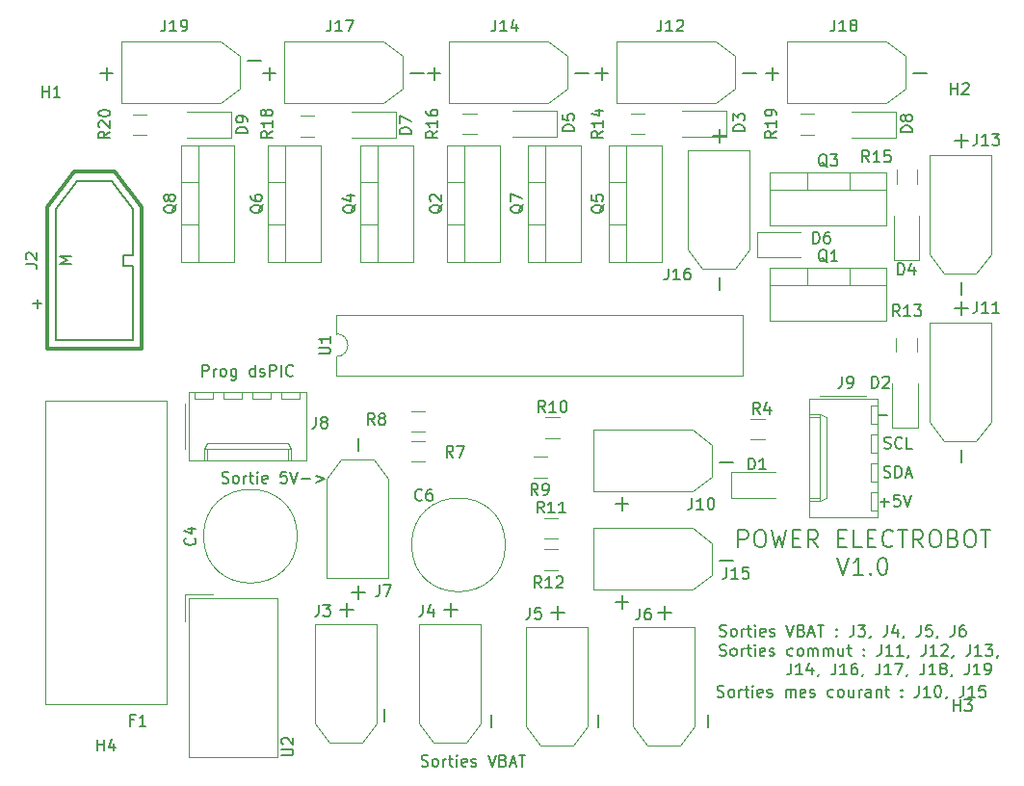
<source format=gbr>
G04 #@! TF.GenerationSoftware,KiCad,Pcbnew,5.1.2-f72e74a~84~ubuntu18.04.1*
G04 #@! TF.CreationDate,2019-09-15T07:59:56+02:00*
G04 #@! TF.ProjectId,PowerElectrobot,506f7765-7245-46c6-9563-74726f626f74,rev?*
G04 #@! TF.SameCoordinates,Original*
G04 #@! TF.FileFunction,Legend,Top*
G04 #@! TF.FilePolarity,Positive*
%FSLAX46Y46*%
G04 Gerber Fmt 4.6, Leading zero omitted, Abs format (unit mm)*
G04 Created by KiCad (PCBNEW 5.1.2-f72e74a~84~ubuntu18.04.1) date 2019-09-15 07:59:56*
%MOMM*%
%LPD*%
G04 APERTURE LIST*
%ADD10C,0.150000*%
%ADD11C,0.200000*%
%ADD12C,0.300000*%
%ADD13C,0.120000*%
G04 APERTURE END LIST*
D10*
X144653047Y-91257428D02*
X145414952Y-91257428D01*
X145089714Y-96670761D02*
X145232571Y-96718380D01*
X145470666Y-96718380D01*
X145565904Y-96670761D01*
X145613523Y-96623142D01*
X145661142Y-96527904D01*
X145661142Y-96432666D01*
X145613523Y-96337428D01*
X145565904Y-96289809D01*
X145470666Y-96242190D01*
X145280190Y-96194571D01*
X145184952Y-96146952D01*
X145137333Y-96099333D01*
X145089714Y-96004095D01*
X145089714Y-95908857D01*
X145137333Y-95813619D01*
X145184952Y-95766000D01*
X145280190Y-95718380D01*
X145518285Y-95718380D01*
X145661142Y-95766000D01*
X146089714Y-96718380D02*
X146089714Y-95718380D01*
X146327809Y-95718380D01*
X146470666Y-95766000D01*
X146565904Y-95861238D01*
X146613523Y-95956476D01*
X146661142Y-96146952D01*
X146661142Y-96289809D01*
X146613523Y-96480285D01*
X146565904Y-96575523D01*
X146470666Y-96670761D01*
X146327809Y-96718380D01*
X146089714Y-96718380D01*
X147042095Y-96432666D02*
X147518285Y-96432666D01*
X146946857Y-96718380D02*
X147280190Y-95718380D01*
X147613523Y-96718380D01*
X145113523Y-94130761D02*
X145256380Y-94178380D01*
X145494476Y-94178380D01*
X145589714Y-94130761D01*
X145637333Y-94083142D01*
X145684952Y-93987904D01*
X145684952Y-93892666D01*
X145637333Y-93797428D01*
X145589714Y-93749809D01*
X145494476Y-93702190D01*
X145304000Y-93654571D01*
X145208761Y-93606952D01*
X145161142Y-93559333D01*
X145113523Y-93464095D01*
X145113523Y-93368857D01*
X145161142Y-93273619D01*
X145208761Y-93226000D01*
X145304000Y-93178380D01*
X145542095Y-93178380D01*
X145684952Y-93226000D01*
X146684952Y-94083142D02*
X146637333Y-94130761D01*
X146494476Y-94178380D01*
X146399238Y-94178380D01*
X146256380Y-94130761D01*
X146161142Y-94035523D01*
X146113523Y-93940285D01*
X146065904Y-93749809D01*
X146065904Y-93606952D01*
X146113523Y-93416476D01*
X146161142Y-93321238D01*
X146256380Y-93226000D01*
X146399238Y-93178380D01*
X146494476Y-93178380D01*
X146637333Y-93226000D01*
X146684952Y-93273619D01*
X147589714Y-94178380D02*
X147113523Y-94178380D01*
X147113523Y-93178380D01*
X144764285Y-98877428D02*
X145526190Y-98877428D01*
X145145238Y-99258380D02*
X145145238Y-98496476D01*
X146478571Y-98258380D02*
X146002380Y-98258380D01*
X145954761Y-98734571D01*
X146002380Y-98686952D01*
X146097619Y-98639333D01*
X146335714Y-98639333D01*
X146430952Y-98686952D01*
X146478571Y-98734571D01*
X146526190Y-98829809D01*
X146526190Y-99067904D01*
X146478571Y-99163142D01*
X146430952Y-99210761D01*
X146335714Y-99258380D01*
X146097619Y-99258380D01*
X146002380Y-99210761D01*
X145954761Y-99163142D01*
X146811904Y-98258380D02*
X147145238Y-99258380D01*
X147478571Y-98258380D01*
X130454285Y-115974761D02*
X130597142Y-116022380D01*
X130835238Y-116022380D01*
X130930476Y-115974761D01*
X130978095Y-115927142D01*
X131025714Y-115831904D01*
X131025714Y-115736666D01*
X130978095Y-115641428D01*
X130930476Y-115593809D01*
X130835238Y-115546190D01*
X130644761Y-115498571D01*
X130549523Y-115450952D01*
X130501904Y-115403333D01*
X130454285Y-115308095D01*
X130454285Y-115212857D01*
X130501904Y-115117619D01*
X130549523Y-115070000D01*
X130644761Y-115022380D01*
X130882857Y-115022380D01*
X131025714Y-115070000D01*
X131597142Y-116022380D02*
X131501904Y-115974761D01*
X131454285Y-115927142D01*
X131406666Y-115831904D01*
X131406666Y-115546190D01*
X131454285Y-115450952D01*
X131501904Y-115403333D01*
X131597142Y-115355714D01*
X131740000Y-115355714D01*
X131835238Y-115403333D01*
X131882857Y-115450952D01*
X131930476Y-115546190D01*
X131930476Y-115831904D01*
X131882857Y-115927142D01*
X131835238Y-115974761D01*
X131740000Y-116022380D01*
X131597142Y-116022380D01*
X132359047Y-116022380D02*
X132359047Y-115355714D01*
X132359047Y-115546190D02*
X132406666Y-115450952D01*
X132454285Y-115403333D01*
X132549523Y-115355714D01*
X132644761Y-115355714D01*
X132835238Y-115355714D02*
X133216190Y-115355714D01*
X132978095Y-115022380D02*
X132978095Y-115879523D01*
X133025714Y-115974761D01*
X133120952Y-116022380D01*
X133216190Y-116022380D01*
X133549523Y-116022380D02*
X133549523Y-115355714D01*
X133549523Y-115022380D02*
X133501904Y-115070000D01*
X133549523Y-115117619D01*
X133597142Y-115070000D01*
X133549523Y-115022380D01*
X133549523Y-115117619D01*
X134406666Y-115974761D02*
X134311428Y-116022380D01*
X134120952Y-116022380D01*
X134025714Y-115974761D01*
X133978095Y-115879523D01*
X133978095Y-115498571D01*
X134025714Y-115403333D01*
X134120952Y-115355714D01*
X134311428Y-115355714D01*
X134406666Y-115403333D01*
X134454285Y-115498571D01*
X134454285Y-115593809D01*
X133978095Y-115689047D01*
X134835238Y-115974761D02*
X134930476Y-116022380D01*
X135120952Y-116022380D01*
X135216190Y-115974761D01*
X135263809Y-115879523D01*
X135263809Y-115831904D01*
X135216190Y-115736666D01*
X135120952Y-115689047D01*
X134978095Y-115689047D01*
X134882857Y-115641428D01*
X134835238Y-115546190D01*
X134835238Y-115498571D01*
X134882857Y-115403333D01*
X134978095Y-115355714D01*
X135120952Y-115355714D01*
X135216190Y-115403333D01*
X136454285Y-116022380D02*
X136454285Y-115355714D01*
X136454285Y-115450952D02*
X136501904Y-115403333D01*
X136597142Y-115355714D01*
X136740000Y-115355714D01*
X136835238Y-115403333D01*
X136882857Y-115498571D01*
X136882857Y-116022380D01*
X136882857Y-115498571D02*
X136930476Y-115403333D01*
X137025714Y-115355714D01*
X137168571Y-115355714D01*
X137263809Y-115403333D01*
X137311428Y-115498571D01*
X137311428Y-116022380D01*
X138168571Y-115974761D02*
X138073333Y-116022380D01*
X137882857Y-116022380D01*
X137787619Y-115974761D01*
X137740000Y-115879523D01*
X137740000Y-115498571D01*
X137787619Y-115403333D01*
X137882857Y-115355714D01*
X138073333Y-115355714D01*
X138168571Y-115403333D01*
X138216190Y-115498571D01*
X138216190Y-115593809D01*
X137740000Y-115689047D01*
X138597142Y-115974761D02*
X138692380Y-116022380D01*
X138882857Y-116022380D01*
X138978095Y-115974761D01*
X139025714Y-115879523D01*
X139025714Y-115831904D01*
X138978095Y-115736666D01*
X138882857Y-115689047D01*
X138740000Y-115689047D01*
X138644761Y-115641428D01*
X138597142Y-115546190D01*
X138597142Y-115498571D01*
X138644761Y-115403333D01*
X138740000Y-115355714D01*
X138882857Y-115355714D01*
X138978095Y-115403333D01*
X140644761Y-115974761D02*
X140549523Y-116022380D01*
X140359047Y-116022380D01*
X140263809Y-115974761D01*
X140216190Y-115927142D01*
X140168571Y-115831904D01*
X140168571Y-115546190D01*
X140216190Y-115450952D01*
X140263809Y-115403333D01*
X140359047Y-115355714D01*
X140549523Y-115355714D01*
X140644761Y-115403333D01*
X141216190Y-116022380D02*
X141120952Y-115974761D01*
X141073333Y-115927142D01*
X141025714Y-115831904D01*
X141025714Y-115546190D01*
X141073333Y-115450952D01*
X141120952Y-115403333D01*
X141216190Y-115355714D01*
X141359047Y-115355714D01*
X141454285Y-115403333D01*
X141501904Y-115450952D01*
X141549523Y-115546190D01*
X141549523Y-115831904D01*
X141501904Y-115927142D01*
X141454285Y-115974761D01*
X141359047Y-116022380D01*
X141216190Y-116022380D01*
X142406666Y-115355714D02*
X142406666Y-116022380D01*
X141978095Y-115355714D02*
X141978095Y-115879523D01*
X142025714Y-115974761D01*
X142120952Y-116022380D01*
X142263809Y-116022380D01*
X142359047Y-115974761D01*
X142406666Y-115927142D01*
X142882857Y-116022380D02*
X142882857Y-115355714D01*
X142882857Y-115546190D02*
X142930476Y-115450952D01*
X142978095Y-115403333D01*
X143073333Y-115355714D01*
X143168571Y-115355714D01*
X143930476Y-116022380D02*
X143930476Y-115498571D01*
X143882857Y-115403333D01*
X143787619Y-115355714D01*
X143597142Y-115355714D01*
X143501904Y-115403333D01*
X143930476Y-115974761D02*
X143835238Y-116022380D01*
X143597142Y-116022380D01*
X143501904Y-115974761D01*
X143454285Y-115879523D01*
X143454285Y-115784285D01*
X143501904Y-115689047D01*
X143597142Y-115641428D01*
X143835238Y-115641428D01*
X143930476Y-115593809D01*
X144406666Y-115355714D02*
X144406666Y-116022380D01*
X144406666Y-115450952D02*
X144454285Y-115403333D01*
X144549523Y-115355714D01*
X144692380Y-115355714D01*
X144787619Y-115403333D01*
X144835238Y-115498571D01*
X144835238Y-116022380D01*
X145168571Y-115355714D02*
X145549523Y-115355714D01*
X145311428Y-115022380D02*
X145311428Y-115879523D01*
X145359047Y-115974761D01*
X145454285Y-116022380D01*
X145549523Y-116022380D01*
X146644761Y-115927142D02*
X146692380Y-115974761D01*
X146644761Y-116022380D01*
X146597142Y-115974761D01*
X146644761Y-115927142D01*
X146644761Y-116022380D01*
X146644761Y-115403333D02*
X146692380Y-115450952D01*
X146644761Y-115498571D01*
X146597142Y-115450952D01*
X146644761Y-115403333D01*
X146644761Y-115498571D01*
X148168571Y-115022380D02*
X148168571Y-115736666D01*
X148120952Y-115879523D01*
X148025714Y-115974761D01*
X147882857Y-116022380D01*
X147787619Y-116022380D01*
X149168571Y-116022380D02*
X148597142Y-116022380D01*
X148882857Y-116022380D02*
X148882857Y-115022380D01*
X148787619Y-115165238D01*
X148692380Y-115260476D01*
X148597142Y-115308095D01*
X149787619Y-115022380D02*
X149882857Y-115022380D01*
X149978095Y-115070000D01*
X150025714Y-115117619D01*
X150073333Y-115212857D01*
X150120952Y-115403333D01*
X150120952Y-115641428D01*
X150073333Y-115831904D01*
X150025714Y-115927142D01*
X149978095Y-115974761D01*
X149882857Y-116022380D01*
X149787619Y-116022380D01*
X149692380Y-115974761D01*
X149644761Y-115927142D01*
X149597142Y-115831904D01*
X149549523Y-115641428D01*
X149549523Y-115403333D01*
X149597142Y-115212857D01*
X149644761Y-115117619D01*
X149692380Y-115070000D01*
X149787619Y-115022380D01*
X150597142Y-115974761D02*
X150597142Y-116022380D01*
X150549523Y-116117619D01*
X150501904Y-116165238D01*
X152073333Y-115022380D02*
X152073333Y-115736666D01*
X152025714Y-115879523D01*
X151930476Y-115974761D01*
X151787619Y-116022380D01*
X151692380Y-116022380D01*
X153073333Y-116022380D02*
X152501904Y-116022380D01*
X152787619Y-116022380D02*
X152787619Y-115022380D01*
X152692380Y-115165238D01*
X152597142Y-115260476D01*
X152501904Y-115308095D01*
X153978095Y-115022380D02*
X153501904Y-115022380D01*
X153454285Y-115498571D01*
X153501904Y-115450952D01*
X153597142Y-115403333D01*
X153835238Y-115403333D01*
X153930476Y-115450952D01*
X153978095Y-115498571D01*
X154025714Y-115593809D01*
X154025714Y-115831904D01*
X153978095Y-115927142D01*
X153930476Y-115974761D01*
X153835238Y-116022380D01*
X153597142Y-116022380D01*
X153501904Y-115974761D01*
X153454285Y-115927142D01*
X130660761Y-112355761D02*
X130803619Y-112403380D01*
X131041714Y-112403380D01*
X131136952Y-112355761D01*
X131184571Y-112308142D01*
X131232190Y-112212904D01*
X131232190Y-112117666D01*
X131184571Y-112022428D01*
X131136952Y-111974809D01*
X131041714Y-111927190D01*
X130851238Y-111879571D01*
X130756000Y-111831952D01*
X130708380Y-111784333D01*
X130660761Y-111689095D01*
X130660761Y-111593857D01*
X130708380Y-111498619D01*
X130756000Y-111451000D01*
X130851238Y-111403380D01*
X131089333Y-111403380D01*
X131232190Y-111451000D01*
X131803619Y-112403380D02*
X131708380Y-112355761D01*
X131660761Y-112308142D01*
X131613142Y-112212904D01*
X131613142Y-111927190D01*
X131660761Y-111831952D01*
X131708380Y-111784333D01*
X131803619Y-111736714D01*
X131946476Y-111736714D01*
X132041714Y-111784333D01*
X132089333Y-111831952D01*
X132136952Y-111927190D01*
X132136952Y-112212904D01*
X132089333Y-112308142D01*
X132041714Y-112355761D01*
X131946476Y-112403380D01*
X131803619Y-112403380D01*
X132565523Y-112403380D02*
X132565523Y-111736714D01*
X132565523Y-111927190D02*
X132613142Y-111831952D01*
X132660761Y-111784333D01*
X132756000Y-111736714D01*
X132851238Y-111736714D01*
X133041714Y-111736714D02*
X133422666Y-111736714D01*
X133184571Y-111403380D02*
X133184571Y-112260523D01*
X133232190Y-112355761D01*
X133327428Y-112403380D01*
X133422666Y-112403380D01*
X133756000Y-112403380D02*
X133756000Y-111736714D01*
X133756000Y-111403380D02*
X133708380Y-111451000D01*
X133756000Y-111498619D01*
X133803619Y-111451000D01*
X133756000Y-111403380D01*
X133756000Y-111498619D01*
X134613142Y-112355761D02*
X134517904Y-112403380D01*
X134327428Y-112403380D01*
X134232190Y-112355761D01*
X134184571Y-112260523D01*
X134184571Y-111879571D01*
X134232190Y-111784333D01*
X134327428Y-111736714D01*
X134517904Y-111736714D01*
X134613142Y-111784333D01*
X134660761Y-111879571D01*
X134660761Y-111974809D01*
X134184571Y-112070047D01*
X135041714Y-112355761D02*
X135136952Y-112403380D01*
X135327428Y-112403380D01*
X135422666Y-112355761D01*
X135470285Y-112260523D01*
X135470285Y-112212904D01*
X135422666Y-112117666D01*
X135327428Y-112070047D01*
X135184571Y-112070047D01*
X135089333Y-112022428D01*
X135041714Y-111927190D01*
X135041714Y-111879571D01*
X135089333Y-111784333D01*
X135184571Y-111736714D01*
X135327428Y-111736714D01*
X135422666Y-111784333D01*
X137089333Y-112355761D02*
X136994095Y-112403380D01*
X136803619Y-112403380D01*
X136708380Y-112355761D01*
X136660761Y-112308142D01*
X136613142Y-112212904D01*
X136613142Y-111927190D01*
X136660761Y-111831952D01*
X136708380Y-111784333D01*
X136803619Y-111736714D01*
X136994095Y-111736714D01*
X137089333Y-111784333D01*
X137660761Y-112403380D02*
X137565523Y-112355761D01*
X137517904Y-112308142D01*
X137470285Y-112212904D01*
X137470285Y-111927190D01*
X137517904Y-111831952D01*
X137565523Y-111784333D01*
X137660761Y-111736714D01*
X137803619Y-111736714D01*
X137898857Y-111784333D01*
X137946476Y-111831952D01*
X137994095Y-111927190D01*
X137994095Y-112212904D01*
X137946476Y-112308142D01*
X137898857Y-112355761D01*
X137803619Y-112403380D01*
X137660761Y-112403380D01*
X138422666Y-112403380D02*
X138422666Y-111736714D01*
X138422666Y-111831952D02*
X138470285Y-111784333D01*
X138565523Y-111736714D01*
X138708380Y-111736714D01*
X138803619Y-111784333D01*
X138851238Y-111879571D01*
X138851238Y-112403380D01*
X138851238Y-111879571D02*
X138898857Y-111784333D01*
X138994095Y-111736714D01*
X139136952Y-111736714D01*
X139232190Y-111784333D01*
X139279809Y-111879571D01*
X139279809Y-112403380D01*
X139756000Y-112403380D02*
X139756000Y-111736714D01*
X139756000Y-111831952D02*
X139803619Y-111784333D01*
X139898857Y-111736714D01*
X140041714Y-111736714D01*
X140136952Y-111784333D01*
X140184571Y-111879571D01*
X140184571Y-112403380D01*
X140184571Y-111879571D02*
X140232190Y-111784333D01*
X140327428Y-111736714D01*
X140470285Y-111736714D01*
X140565523Y-111784333D01*
X140613142Y-111879571D01*
X140613142Y-112403380D01*
X141517904Y-111736714D02*
X141517904Y-112403380D01*
X141089333Y-111736714D02*
X141089333Y-112260523D01*
X141136952Y-112355761D01*
X141232190Y-112403380D01*
X141375047Y-112403380D01*
X141470285Y-112355761D01*
X141517904Y-112308142D01*
X141851238Y-111736714D02*
X142232190Y-111736714D01*
X141994095Y-111403380D02*
X141994095Y-112260523D01*
X142041714Y-112355761D01*
X142136952Y-112403380D01*
X142232190Y-112403380D01*
X143327428Y-112308142D02*
X143375047Y-112355761D01*
X143327428Y-112403380D01*
X143279809Y-112355761D01*
X143327428Y-112308142D01*
X143327428Y-112403380D01*
X143327428Y-111784333D02*
X143375047Y-111831952D01*
X143327428Y-111879571D01*
X143279809Y-111831952D01*
X143327428Y-111784333D01*
X143327428Y-111879571D01*
X144851238Y-111403380D02*
X144851238Y-112117666D01*
X144803619Y-112260523D01*
X144708380Y-112355761D01*
X144565523Y-112403380D01*
X144470285Y-112403380D01*
X145851238Y-112403380D02*
X145279809Y-112403380D01*
X145565523Y-112403380D02*
X145565523Y-111403380D01*
X145470285Y-111546238D01*
X145375047Y-111641476D01*
X145279809Y-111689095D01*
X146803619Y-112403380D02*
X146232190Y-112403380D01*
X146517904Y-112403380D02*
X146517904Y-111403380D01*
X146422666Y-111546238D01*
X146327428Y-111641476D01*
X146232190Y-111689095D01*
X147279809Y-112355761D02*
X147279809Y-112403380D01*
X147232190Y-112498619D01*
X147184571Y-112546238D01*
X148756000Y-111403380D02*
X148756000Y-112117666D01*
X148708380Y-112260523D01*
X148613142Y-112355761D01*
X148470285Y-112403380D01*
X148375047Y-112403380D01*
X149756000Y-112403380D02*
X149184571Y-112403380D01*
X149470285Y-112403380D02*
X149470285Y-111403380D01*
X149375047Y-111546238D01*
X149279809Y-111641476D01*
X149184571Y-111689095D01*
X150136952Y-111498619D02*
X150184571Y-111451000D01*
X150279809Y-111403380D01*
X150517904Y-111403380D01*
X150613142Y-111451000D01*
X150660761Y-111498619D01*
X150708380Y-111593857D01*
X150708380Y-111689095D01*
X150660761Y-111831952D01*
X150089333Y-112403380D01*
X150708380Y-112403380D01*
X151184571Y-112355761D02*
X151184571Y-112403380D01*
X151136952Y-112498619D01*
X151089333Y-112546238D01*
X152660761Y-111403380D02*
X152660761Y-112117666D01*
X152613142Y-112260523D01*
X152517904Y-112355761D01*
X152375047Y-112403380D01*
X152279809Y-112403380D01*
X153660761Y-112403380D02*
X153089333Y-112403380D01*
X153375047Y-112403380D02*
X153375047Y-111403380D01*
X153279809Y-111546238D01*
X153184571Y-111641476D01*
X153089333Y-111689095D01*
X153994095Y-111403380D02*
X154613142Y-111403380D01*
X154279809Y-111784333D01*
X154422666Y-111784333D01*
X154517904Y-111831952D01*
X154565523Y-111879571D01*
X154613142Y-111974809D01*
X154613142Y-112212904D01*
X154565523Y-112308142D01*
X154517904Y-112355761D01*
X154422666Y-112403380D01*
X154136952Y-112403380D01*
X154041714Y-112355761D01*
X153994095Y-112308142D01*
X155089333Y-112355761D02*
X155089333Y-112403380D01*
X155041714Y-112498619D01*
X154994095Y-112546238D01*
X136922666Y-113053380D02*
X136922666Y-113767666D01*
X136875047Y-113910523D01*
X136779809Y-114005761D01*
X136636952Y-114053380D01*
X136541714Y-114053380D01*
X137922666Y-114053380D02*
X137351238Y-114053380D01*
X137636952Y-114053380D02*
X137636952Y-113053380D01*
X137541714Y-113196238D01*
X137446476Y-113291476D01*
X137351238Y-113339095D01*
X138779809Y-113386714D02*
X138779809Y-114053380D01*
X138541714Y-113005761D02*
X138303619Y-113720047D01*
X138922666Y-113720047D01*
X139351238Y-114005761D02*
X139351238Y-114053380D01*
X139303619Y-114148619D01*
X139256000Y-114196238D01*
X140827428Y-113053380D02*
X140827428Y-113767666D01*
X140779809Y-113910523D01*
X140684571Y-114005761D01*
X140541714Y-114053380D01*
X140446476Y-114053380D01*
X141827428Y-114053380D02*
X141256000Y-114053380D01*
X141541714Y-114053380D02*
X141541714Y-113053380D01*
X141446476Y-113196238D01*
X141351238Y-113291476D01*
X141256000Y-113339095D01*
X142684571Y-113053380D02*
X142494095Y-113053380D01*
X142398857Y-113101000D01*
X142351238Y-113148619D01*
X142256000Y-113291476D01*
X142208380Y-113481952D01*
X142208380Y-113862904D01*
X142256000Y-113958142D01*
X142303619Y-114005761D01*
X142398857Y-114053380D01*
X142589333Y-114053380D01*
X142684571Y-114005761D01*
X142732190Y-113958142D01*
X142779809Y-113862904D01*
X142779809Y-113624809D01*
X142732190Y-113529571D01*
X142684571Y-113481952D01*
X142589333Y-113434333D01*
X142398857Y-113434333D01*
X142303619Y-113481952D01*
X142256000Y-113529571D01*
X142208380Y-113624809D01*
X143256000Y-114005761D02*
X143256000Y-114053380D01*
X143208380Y-114148619D01*
X143160761Y-114196238D01*
X144732190Y-113053380D02*
X144732190Y-113767666D01*
X144684571Y-113910523D01*
X144589333Y-114005761D01*
X144446476Y-114053380D01*
X144351238Y-114053380D01*
X145732190Y-114053380D02*
X145160761Y-114053380D01*
X145446476Y-114053380D02*
X145446476Y-113053380D01*
X145351238Y-113196238D01*
X145256000Y-113291476D01*
X145160761Y-113339095D01*
X146065523Y-113053380D02*
X146732190Y-113053380D01*
X146303619Y-114053380D01*
X147160761Y-114005761D02*
X147160761Y-114053380D01*
X147113142Y-114148619D01*
X147065523Y-114196238D01*
X148636952Y-113053380D02*
X148636952Y-113767666D01*
X148589333Y-113910523D01*
X148494095Y-114005761D01*
X148351238Y-114053380D01*
X148256000Y-114053380D01*
X149636952Y-114053380D02*
X149065523Y-114053380D01*
X149351238Y-114053380D02*
X149351238Y-113053380D01*
X149256000Y-113196238D01*
X149160761Y-113291476D01*
X149065523Y-113339095D01*
X150208380Y-113481952D02*
X150113142Y-113434333D01*
X150065523Y-113386714D01*
X150017904Y-113291476D01*
X150017904Y-113243857D01*
X150065523Y-113148619D01*
X150113142Y-113101000D01*
X150208380Y-113053380D01*
X150398857Y-113053380D01*
X150494095Y-113101000D01*
X150541714Y-113148619D01*
X150589333Y-113243857D01*
X150589333Y-113291476D01*
X150541714Y-113386714D01*
X150494095Y-113434333D01*
X150398857Y-113481952D01*
X150208380Y-113481952D01*
X150113142Y-113529571D01*
X150065523Y-113577190D01*
X150017904Y-113672428D01*
X150017904Y-113862904D01*
X150065523Y-113958142D01*
X150113142Y-114005761D01*
X150208380Y-114053380D01*
X150398857Y-114053380D01*
X150494095Y-114005761D01*
X150541714Y-113958142D01*
X150589333Y-113862904D01*
X150589333Y-113672428D01*
X150541714Y-113577190D01*
X150494095Y-113529571D01*
X150398857Y-113481952D01*
X151065523Y-114005761D02*
X151065523Y-114053380D01*
X151017904Y-114148619D01*
X150970285Y-114196238D01*
X152541714Y-113053380D02*
X152541714Y-113767666D01*
X152494095Y-113910523D01*
X152398857Y-114005761D01*
X152256000Y-114053380D01*
X152160761Y-114053380D01*
X153541714Y-114053380D02*
X152970285Y-114053380D01*
X153256000Y-114053380D02*
X153256000Y-113053380D01*
X153160761Y-113196238D01*
X153065523Y-113291476D01*
X152970285Y-113339095D01*
X154017904Y-114053380D02*
X154208380Y-114053380D01*
X154303619Y-114005761D01*
X154351238Y-113958142D01*
X154446476Y-113815285D01*
X154494095Y-113624809D01*
X154494095Y-113243857D01*
X154446476Y-113148619D01*
X154398857Y-113101000D01*
X154303619Y-113053380D01*
X154113142Y-113053380D01*
X154017904Y-113101000D01*
X153970285Y-113148619D01*
X153922666Y-113243857D01*
X153922666Y-113481952D01*
X153970285Y-113577190D01*
X154017904Y-113624809D01*
X154113142Y-113672428D01*
X154303619Y-113672428D01*
X154398857Y-113624809D01*
X154446476Y-113577190D01*
X154494095Y-113481952D01*
X104442190Y-122070761D02*
X104585047Y-122118380D01*
X104823142Y-122118380D01*
X104918380Y-122070761D01*
X104966000Y-122023142D01*
X105013619Y-121927904D01*
X105013619Y-121832666D01*
X104966000Y-121737428D01*
X104918380Y-121689809D01*
X104823142Y-121642190D01*
X104632666Y-121594571D01*
X104537428Y-121546952D01*
X104489809Y-121499333D01*
X104442190Y-121404095D01*
X104442190Y-121308857D01*
X104489809Y-121213619D01*
X104537428Y-121166000D01*
X104632666Y-121118380D01*
X104870761Y-121118380D01*
X105013619Y-121166000D01*
X105585047Y-122118380D02*
X105489809Y-122070761D01*
X105442190Y-122023142D01*
X105394571Y-121927904D01*
X105394571Y-121642190D01*
X105442190Y-121546952D01*
X105489809Y-121499333D01*
X105585047Y-121451714D01*
X105727904Y-121451714D01*
X105823142Y-121499333D01*
X105870761Y-121546952D01*
X105918380Y-121642190D01*
X105918380Y-121927904D01*
X105870761Y-122023142D01*
X105823142Y-122070761D01*
X105727904Y-122118380D01*
X105585047Y-122118380D01*
X106346952Y-122118380D02*
X106346952Y-121451714D01*
X106346952Y-121642190D02*
X106394571Y-121546952D01*
X106442190Y-121499333D01*
X106537428Y-121451714D01*
X106632666Y-121451714D01*
X106823142Y-121451714D02*
X107204095Y-121451714D01*
X106966000Y-121118380D02*
X106966000Y-121975523D01*
X107013619Y-122070761D01*
X107108857Y-122118380D01*
X107204095Y-122118380D01*
X107537428Y-122118380D02*
X107537428Y-121451714D01*
X107537428Y-121118380D02*
X107489809Y-121166000D01*
X107537428Y-121213619D01*
X107585047Y-121166000D01*
X107537428Y-121118380D01*
X107537428Y-121213619D01*
X108394571Y-122070761D02*
X108299333Y-122118380D01*
X108108857Y-122118380D01*
X108013619Y-122070761D01*
X107966000Y-121975523D01*
X107966000Y-121594571D01*
X108013619Y-121499333D01*
X108108857Y-121451714D01*
X108299333Y-121451714D01*
X108394571Y-121499333D01*
X108442190Y-121594571D01*
X108442190Y-121689809D01*
X107966000Y-121785047D01*
X108823142Y-122070761D02*
X108918380Y-122118380D01*
X109108857Y-122118380D01*
X109204095Y-122070761D01*
X109251714Y-121975523D01*
X109251714Y-121927904D01*
X109204095Y-121832666D01*
X109108857Y-121785047D01*
X108966000Y-121785047D01*
X108870761Y-121737428D01*
X108823142Y-121642190D01*
X108823142Y-121594571D01*
X108870761Y-121499333D01*
X108966000Y-121451714D01*
X109108857Y-121451714D01*
X109204095Y-121499333D01*
X110299333Y-121118380D02*
X110632666Y-122118380D01*
X110966000Y-121118380D01*
X111632666Y-121594571D02*
X111775523Y-121642190D01*
X111823142Y-121689809D01*
X111870761Y-121785047D01*
X111870761Y-121927904D01*
X111823142Y-122023142D01*
X111775523Y-122070761D01*
X111680285Y-122118380D01*
X111299333Y-122118380D01*
X111299333Y-121118380D01*
X111632666Y-121118380D01*
X111727904Y-121166000D01*
X111775523Y-121213619D01*
X111823142Y-121308857D01*
X111823142Y-121404095D01*
X111775523Y-121499333D01*
X111727904Y-121546952D01*
X111632666Y-121594571D01*
X111299333Y-121594571D01*
X112251714Y-121832666D02*
X112727904Y-121832666D01*
X112156476Y-122118380D02*
X112489809Y-121118380D01*
X112823142Y-122118380D01*
X113013619Y-121118380D02*
X113585047Y-121118380D01*
X113299333Y-122118380D02*
X113299333Y-121118380D01*
X85201619Y-87828380D02*
X85201619Y-86828380D01*
X85582571Y-86828380D01*
X85677809Y-86876000D01*
X85725428Y-86923619D01*
X85773047Y-87018857D01*
X85773047Y-87161714D01*
X85725428Y-87256952D01*
X85677809Y-87304571D01*
X85582571Y-87352190D01*
X85201619Y-87352190D01*
X86201619Y-87828380D02*
X86201619Y-87161714D01*
X86201619Y-87352190D02*
X86249238Y-87256952D01*
X86296857Y-87209333D01*
X86392095Y-87161714D01*
X86487333Y-87161714D01*
X86963523Y-87828380D02*
X86868285Y-87780761D01*
X86820666Y-87733142D01*
X86773047Y-87637904D01*
X86773047Y-87352190D01*
X86820666Y-87256952D01*
X86868285Y-87209333D01*
X86963523Y-87161714D01*
X87106380Y-87161714D01*
X87201619Y-87209333D01*
X87249238Y-87256952D01*
X87296857Y-87352190D01*
X87296857Y-87637904D01*
X87249238Y-87733142D01*
X87201619Y-87780761D01*
X87106380Y-87828380D01*
X86963523Y-87828380D01*
X88154000Y-87161714D02*
X88154000Y-87971238D01*
X88106380Y-88066476D01*
X88058761Y-88114095D01*
X87963523Y-88161714D01*
X87820666Y-88161714D01*
X87725428Y-88114095D01*
X88154000Y-87780761D02*
X88058761Y-87828380D01*
X87868285Y-87828380D01*
X87773047Y-87780761D01*
X87725428Y-87733142D01*
X87677809Y-87637904D01*
X87677809Y-87352190D01*
X87725428Y-87256952D01*
X87773047Y-87209333D01*
X87868285Y-87161714D01*
X88058761Y-87161714D01*
X88154000Y-87209333D01*
X89820666Y-87828380D02*
X89820666Y-86828380D01*
X89820666Y-87780761D02*
X89725428Y-87828380D01*
X89534952Y-87828380D01*
X89439714Y-87780761D01*
X89392095Y-87733142D01*
X89344476Y-87637904D01*
X89344476Y-87352190D01*
X89392095Y-87256952D01*
X89439714Y-87209333D01*
X89534952Y-87161714D01*
X89725428Y-87161714D01*
X89820666Y-87209333D01*
X90249238Y-87780761D02*
X90344476Y-87828380D01*
X90534952Y-87828380D01*
X90630190Y-87780761D01*
X90677809Y-87685523D01*
X90677809Y-87637904D01*
X90630190Y-87542666D01*
X90534952Y-87495047D01*
X90392095Y-87495047D01*
X90296857Y-87447428D01*
X90249238Y-87352190D01*
X90249238Y-87304571D01*
X90296857Y-87209333D01*
X90392095Y-87161714D01*
X90534952Y-87161714D01*
X90630190Y-87209333D01*
X91106380Y-87828380D02*
X91106380Y-86828380D01*
X91487333Y-86828380D01*
X91582571Y-86876000D01*
X91630190Y-86923619D01*
X91677809Y-87018857D01*
X91677809Y-87161714D01*
X91630190Y-87256952D01*
X91582571Y-87304571D01*
X91487333Y-87352190D01*
X91106380Y-87352190D01*
X92106380Y-87828380D02*
X92106380Y-86828380D01*
X93154000Y-87733142D02*
X93106380Y-87780761D01*
X92963523Y-87828380D01*
X92868285Y-87828380D01*
X92725428Y-87780761D01*
X92630190Y-87685523D01*
X92582571Y-87590285D01*
X92534952Y-87399809D01*
X92534952Y-87256952D01*
X92582571Y-87066476D01*
X92630190Y-86971238D01*
X92725428Y-86876000D01*
X92868285Y-86828380D01*
X92963523Y-86828380D01*
X93106380Y-86876000D01*
X93154000Y-86923619D01*
X130668476Y-110640761D02*
X130811333Y-110688380D01*
X131049428Y-110688380D01*
X131144666Y-110640761D01*
X131192285Y-110593142D01*
X131239904Y-110497904D01*
X131239904Y-110402666D01*
X131192285Y-110307428D01*
X131144666Y-110259809D01*
X131049428Y-110212190D01*
X130858952Y-110164571D01*
X130763714Y-110116952D01*
X130716095Y-110069333D01*
X130668476Y-109974095D01*
X130668476Y-109878857D01*
X130716095Y-109783619D01*
X130763714Y-109736000D01*
X130858952Y-109688380D01*
X131097047Y-109688380D01*
X131239904Y-109736000D01*
X131811333Y-110688380D02*
X131716095Y-110640761D01*
X131668476Y-110593142D01*
X131620857Y-110497904D01*
X131620857Y-110212190D01*
X131668476Y-110116952D01*
X131716095Y-110069333D01*
X131811333Y-110021714D01*
X131954190Y-110021714D01*
X132049428Y-110069333D01*
X132097047Y-110116952D01*
X132144666Y-110212190D01*
X132144666Y-110497904D01*
X132097047Y-110593142D01*
X132049428Y-110640761D01*
X131954190Y-110688380D01*
X131811333Y-110688380D01*
X132573238Y-110688380D02*
X132573238Y-110021714D01*
X132573238Y-110212190D02*
X132620857Y-110116952D01*
X132668476Y-110069333D01*
X132763714Y-110021714D01*
X132858952Y-110021714D01*
X133049428Y-110021714D02*
X133430380Y-110021714D01*
X133192285Y-109688380D02*
X133192285Y-110545523D01*
X133239904Y-110640761D01*
X133335142Y-110688380D01*
X133430380Y-110688380D01*
X133763714Y-110688380D02*
X133763714Y-110021714D01*
X133763714Y-109688380D02*
X133716095Y-109736000D01*
X133763714Y-109783619D01*
X133811333Y-109736000D01*
X133763714Y-109688380D01*
X133763714Y-109783619D01*
X134620857Y-110640761D02*
X134525619Y-110688380D01*
X134335142Y-110688380D01*
X134239904Y-110640761D01*
X134192285Y-110545523D01*
X134192285Y-110164571D01*
X134239904Y-110069333D01*
X134335142Y-110021714D01*
X134525619Y-110021714D01*
X134620857Y-110069333D01*
X134668476Y-110164571D01*
X134668476Y-110259809D01*
X134192285Y-110355047D01*
X135049428Y-110640761D02*
X135144666Y-110688380D01*
X135335142Y-110688380D01*
X135430380Y-110640761D01*
X135478000Y-110545523D01*
X135478000Y-110497904D01*
X135430380Y-110402666D01*
X135335142Y-110355047D01*
X135192285Y-110355047D01*
X135097047Y-110307428D01*
X135049428Y-110212190D01*
X135049428Y-110164571D01*
X135097047Y-110069333D01*
X135192285Y-110021714D01*
X135335142Y-110021714D01*
X135430380Y-110069333D01*
X136525619Y-109688380D02*
X136858952Y-110688380D01*
X137192285Y-109688380D01*
X137858952Y-110164571D02*
X138001809Y-110212190D01*
X138049428Y-110259809D01*
X138097047Y-110355047D01*
X138097047Y-110497904D01*
X138049428Y-110593142D01*
X138001809Y-110640761D01*
X137906571Y-110688380D01*
X137525619Y-110688380D01*
X137525619Y-109688380D01*
X137858952Y-109688380D01*
X137954190Y-109736000D01*
X138001809Y-109783619D01*
X138049428Y-109878857D01*
X138049428Y-109974095D01*
X138001809Y-110069333D01*
X137954190Y-110116952D01*
X137858952Y-110164571D01*
X137525619Y-110164571D01*
X138478000Y-110402666D02*
X138954190Y-110402666D01*
X138382761Y-110688380D02*
X138716095Y-109688380D01*
X139049428Y-110688380D01*
X139239904Y-109688380D02*
X139811333Y-109688380D01*
X139525619Y-110688380D02*
X139525619Y-109688380D01*
X140906571Y-110593142D02*
X140954190Y-110640761D01*
X140906571Y-110688380D01*
X140858952Y-110640761D01*
X140906571Y-110593142D01*
X140906571Y-110688380D01*
X140906571Y-110069333D02*
X140954190Y-110116952D01*
X140906571Y-110164571D01*
X140858952Y-110116952D01*
X140906571Y-110069333D01*
X140906571Y-110164571D01*
X142430380Y-109688380D02*
X142430380Y-110402666D01*
X142382761Y-110545523D01*
X142287523Y-110640761D01*
X142144666Y-110688380D01*
X142049428Y-110688380D01*
X142811333Y-109688380D02*
X143430380Y-109688380D01*
X143097047Y-110069333D01*
X143239904Y-110069333D01*
X143335142Y-110116952D01*
X143382761Y-110164571D01*
X143430380Y-110259809D01*
X143430380Y-110497904D01*
X143382761Y-110593142D01*
X143335142Y-110640761D01*
X143239904Y-110688380D01*
X142954190Y-110688380D01*
X142858952Y-110640761D01*
X142811333Y-110593142D01*
X143906571Y-110640761D02*
X143906571Y-110688380D01*
X143858952Y-110783619D01*
X143811333Y-110831238D01*
X145382761Y-109688380D02*
X145382761Y-110402666D01*
X145335142Y-110545523D01*
X145239904Y-110640761D01*
X145097047Y-110688380D01*
X145001809Y-110688380D01*
X146287523Y-110021714D02*
X146287523Y-110688380D01*
X146049428Y-109640761D02*
X145811333Y-110355047D01*
X146430380Y-110355047D01*
X146858952Y-110640761D02*
X146858952Y-110688380D01*
X146811333Y-110783619D01*
X146763714Y-110831238D01*
X148335142Y-109688380D02*
X148335142Y-110402666D01*
X148287523Y-110545523D01*
X148192285Y-110640761D01*
X148049428Y-110688380D01*
X147954190Y-110688380D01*
X149287523Y-109688380D02*
X148811333Y-109688380D01*
X148763714Y-110164571D01*
X148811333Y-110116952D01*
X148906571Y-110069333D01*
X149144666Y-110069333D01*
X149239904Y-110116952D01*
X149287523Y-110164571D01*
X149335142Y-110259809D01*
X149335142Y-110497904D01*
X149287523Y-110593142D01*
X149239904Y-110640761D01*
X149144666Y-110688380D01*
X148906571Y-110688380D01*
X148811333Y-110640761D01*
X148763714Y-110593142D01*
X149811333Y-110640761D02*
X149811333Y-110688380D01*
X149763714Y-110783619D01*
X149716095Y-110831238D01*
X151287523Y-109688380D02*
X151287523Y-110402666D01*
X151239904Y-110545523D01*
X151144666Y-110640761D01*
X151001809Y-110688380D01*
X150906571Y-110688380D01*
X152192285Y-109688380D02*
X152001809Y-109688380D01*
X151906571Y-109736000D01*
X151858952Y-109783619D01*
X151763714Y-109926476D01*
X151716095Y-110116952D01*
X151716095Y-110497904D01*
X151763714Y-110593142D01*
X151811333Y-110640761D01*
X151906571Y-110688380D01*
X152097047Y-110688380D01*
X152192285Y-110640761D01*
X152239904Y-110593142D01*
X152287523Y-110497904D01*
X152287523Y-110259809D01*
X152239904Y-110164571D01*
X152192285Y-110116952D01*
X152097047Y-110069333D01*
X151906571Y-110069333D01*
X151811333Y-110116952D01*
X151763714Y-110164571D01*
X151716095Y-110259809D01*
X86916190Y-97178761D02*
X87059047Y-97226380D01*
X87297142Y-97226380D01*
X87392380Y-97178761D01*
X87440000Y-97131142D01*
X87487619Y-97035904D01*
X87487619Y-96940666D01*
X87440000Y-96845428D01*
X87392380Y-96797809D01*
X87297142Y-96750190D01*
X87106666Y-96702571D01*
X87011428Y-96654952D01*
X86963809Y-96607333D01*
X86916190Y-96512095D01*
X86916190Y-96416857D01*
X86963809Y-96321619D01*
X87011428Y-96274000D01*
X87106666Y-96226380D01*
X87344761Y-96226380D01*
X87487619Y-96274000D01*
X88059047Y-97226380D02*
X87963809Y-97178761D01*
X87916190Y-97131142D01*
X87868571Y-97035904D01*
X87868571Y-96750190D01*
X87916190Y-96654952D01*
X87963809Y-96607333D01*
X88059047Y-96559714D01*
X88201904Y-96559714D01*
X88297142Y-96607333D01*
X88344761Y-96654952D01*
X88392380Y-96750190D01*
X88392380Y-97035904D01*
X88344761Y-97131142D01*
X88297142Y-97178761D01*
X88201904Y-97226380D01*
X88059047Y-97226380D01*
X88820952Y-97226380D02*
X88820952Y-96559714D01*
X88820952Y-96750190D02*
X88868571Y-96654952D01*
X88916190Y-96607333D01*
X89011428Y-96559714D01*
X89106666Y-96559714D01*
X89297142Y-96559714D02*
X89678095Y-96559714D01*
X89440000Y-96226380D02*
X89440000Y-97083523D01*
X89487619Y-97178761D01*
X89582857Y-97226380D01*
X89678095Y-97226380D01*
X90011428Y-97226380D02*
X90011428Y-96559714D01*
X90011428Y-96226380D02*
X89963809Y-96274000D01*
X90011428Y-96321619D01*
X90059047Y-96274000D01*
X90011428Y-96226380D01*
X90011428Y-96321619D01*
X90868571Y-97178761D02*
X90773333Y-97226380D01*
X90582857Y-97226380D01*
X90487619Y-97178761D01*
X90440000Y-97083523D01*
X90440000Y-96702571D01*
X90487619Y-96607333D01*
X90582857Y-96559714D01*
X90773333Y-96559714D01*
X90868571Y-96607333D01*
X90916190Y-96702571D01*
X90916190Y-96797809D01*
X90440000Y-96893047D01*
X92582857Y-96226380D02*
X92106666Y-96226380D01*
X92059047Y-96702571D01*
X92106666Y-96654952D01*
X92201904Y-96607333D01*
X92440000Y-96607333D01*
X92535238Y-96654952D01*
X92582857Y-96702571D01*
X92630476Y-96797809D01*
X92630476Y-97035904D01*
X92582857Y-97131142D01*
X92535238Y-97178761D01*
X92440000Y-97226380D01*
X92201904Y-97226380D01*
X92106666Y-97178761D01*
X92059047Y-97131142D01*
X92916190Y-96226380D02*
X93249523Y-97226380D01*
X93582857Y-96226380D01*
X93916190Y-96845428D02*
X94678095Y-96845428D01*
X95154285Y-96559714D02*
X95916190Y-96845428D01*
X95154285Y-97131142D01*
X132291714Y-102856571D02*
X132291714Y-101356571D01*
X132863142Y-101356571D01*
X133006000Y-101428000D01*
X133077428Y-101499428D01*
X133148857Y-101642285D01*
X133148857Y-101856571D01*
X133077428Y-101999428D01*
X133006000Y-102070857D01*
X132863142Y-102142285D01*
X132291714Y-102142285D01*
X134077428Y-101356571D02*
X134363142Y-101356571D01*
X134506000Y-101428000D01*
X134648857Y-101570857D01*
X134720285Y-101856571D01*
X134720285Y-102356571D01*
X134648857Y-102642285D01*
X134506000Y-102785142D01*
X134363142Y-102856571D01*
X134077428Y-102856571D01*
X133934571Y-102785142D01*
X133791714Y-102642285D01*
X133720285Y-102356571D01*
X133720285Y-101856571D01*
X133791714Y-101570857D01*
X133934571Y-101428000D01*
X134077428Y-101356571D01*
X135220285Y-101356571D02*
X135577428Y-102856571D01*
X135863142Y-101785142D01*
X136148857Y-102856571D01*
X136506000Y-101356571D01*
X137077428Y-102070857D02*
X137577428Y-102070857D01*
X137791714Y-102856571D02*
X137077428Y-102856571D01*
X137077428Y-101356571D01*
X137791714Y-101356571D01*
X139291714Y-102856571D02*
X138791714Y-102142285D01*
X138434571Y-102856571D02*
X138434571Y-101356571D01*
X139006000Y-101356571D01*
X139148857Y-101428000D01*
X139220285Y-101499428D01*
X139291714Y-101642285D01*
X139291714Y-101856571D01*
X139220285Y-101999428D01*
X139148857Y-102070857D01*
X139006000Y-102142285D01*
X138434571Y-102142285D01*
X141077428Y-102070857D02*
X141577428Y-102070857D01*
X141791714Y-102856571D02*
X141077428Y-102856571D01*
X141077428Y-101356571D01*
X141791714Y-101356571D01*
X143148857Y-102856571D02*
X142434571Y-102856571D01*
X142434571Y-101356571D01*
X143648857Y-102070857D02*
X144148857Y-102070857D01*
X144363142Y-102856571D02*
X143648857Y-102856571D01*
X143648857Y-101356571D01*
X144363142Y-101356571D01*
X145863142Y-102713714D02*
X145791714Y-102785142D01*
X145577428Y-102856571D01*
X145434571Y-102856571D01*
X145220285Y-102785142D01*
X145077428Y-102642285D01*
X145006000Y-102499428D01*
X144934571Y-102213714D01*
X144934571Y-101999428D01*
X145006000Y-101713714D01*
X145077428Y-101570857D01*
X145220285Y-101428000D01*
X145434571Y-101356571D01*
X145577428Y-101356571D01*
X145791714Y-101428000D01*
X145863142Y-101499428D01*
X146291714Y-101356571D02*
X147148857Y-101356571D01*
X146720285Y-102856571D02*
X146720285Y-101356571D01*
X148506000Y-102856571D02*
X148006000Y-102142285D01*
X147648857Y-102856571D02*
X147648857Y-101356571D01*
X148220285Y-101356571D01*
X148363142Y-101428000D01*
X148434571Y-101499428D01*
X148506000Y-101642285D01*
X148506000Y-101856571D01*
X148434571Y-101999428D01*
X148363142Y-102070857D01*
X148220285Y-102142285D01*
X147648857Y-102142285D01*
X149434571Y-101356571D02*
X149720285Y-101356571D01*
X149863142Y-101428000D01*
X150006000Y-101570857D01*
X150077428Y-101856571D01*
X150077428Y-102356571D01*
X150006000Y-102642285D01*
X149863142Y-102785142D01*
X149720285Y-102856571D01*
X149434571Y-102856571D01*
X149291714Y-102785142D01*
X149148857Y-102642285D01*
X149077428Y-102356571D01*
X149077428Y-101856571D01*
X149148857Y-101570857D01*
X149291714Y-101428000D01*
X149434571Y-101356571D01*
X151220285Y-102070857D02*
X151434571Y-102142285D01*
X151506000Y-102213714D01*
X151577428Y-102356571D01*
X151577428Y-102570857D01*
X151506000Y-102713714D01*
X151434571Y-102785142D01*
X151291714Y-102856571D01*
X150720285Y-102856571D01*
X150720285Y-101356571D01*
X151220285Y-101356571D01*
X151363142Y-101428000D01*
X151434571Y-101499428D01*
X151506000Y-101642285D01*
X151506000Y-101785142D01*
X151434571Y-101928000D01*
X151363142Y-101999428D01*
X151220285Y-102070857D01*
X150720285Y-102070857D01*
X152506000Y-101356571D02*
X152791714Y-101356571D01*
X152934571Y-101428000D01*
X153077428Y-101570857D01*
X153148857Y-101856571D01*
X153148857Y-102356571D01*
X153077428Y-102642285D01*
X152934571Y-102785142D01*
X152791714Y-102856571D01*
X152506000Y-102856571D01*
X152363142Y-102785142D01*
X152220285Y-102642285D01*
X152148857Y-102356571D01*
X152148857Y-101856571D01*
X152220285Y-101570857D01*
X152363142Y-101428000D01*
X152506000Y-101356571D01*
X153577428Y-101356571D02*
X154434571Y-101356571D01*
X154006000Y-102856571D02*
X154006000Y-101356571D01*
X140970285Y-103756571D02*
X141470285Y-105256571D01*
X141970285Y-103756571D01*
X143256000Y-105256571D02*
X142398857Y-105256571D01*
X142827428Y-105256571D02*
X142827428Y-103756571D01*
X142684571Y-103970857D01*
X142541714Y-104113714D01*
X142398857Y-104185142D01*
X143898857Y-105113714D02*
X143970285Y-105185142D01*
X143898857Y-105256571D01*
X143827428Y-105185142D01*
X143898857Y-105113714D01*
X143898857Y-105256571D01*
X144898857Y-103756571D02*
X145041714Y-103756571D01*
X145184571Y-103828000D01*
X145256000Y-103899428D01*
X145327428Y-104042285D01*
X145398857Y-104328000D01*
X145398857Y-104685142D01*
X145327428Y-104970857D01*
X145256000Y-105113714D01*
X145184571Y-105185142D01*
X145041714Y-105256571D01*
X144898857Y-105256571D01*
X144756000Y-105185142D01*
X144684571Y-105113714D01*
X144613142Y-104970857D01*
X144541714Y-104685142D01*
X144541714Y-104328000D01*
X144613142Y-104042285D01*
X144684571Y-103899428D01*
X144756000Y-103828000D01*
X144898857Y-103756571D01*
D11*
X79092000Y-77193000D02*
X79092000Y-73143000D01*
X78242000Y-78093000D02*
X79092000Y-78093000D01*
X78242000Y-77193000D02*
X79092000Y-77193000D01*
X78242000Y-78093000D02*
X78242000Y-77193000D01*
D12*
X71567000Y-85443000D02*
X71567000Y-72943000D01*
D11*
X72292000Y-84643000D02*
X72292000Y-73143000D01*
X74192000Y-70643000D02*
X77192000Y-70643000D01*
X72292000Y-73143000D02*
X74192000Y-70643000D01*
X79092000Y-73143000D02*
X77192000Y-70643000D01*
X79092000Y-84643000D02*
X79092000Y-78093000D01*
X72292000Y-84643000D02*
X79092000Y-84643000D01*
D12*
X79817000Y-72943000D02*
X77442000Y-69843000D01*
X73942000Y-69843000D02*
X77442000Y-69843000D01*
X71567000Y-72943000D02*
X73942000Y-69843000D01*
X71567000Y-85443000D02*
X79817000Y-85443000D01*
X79817000Y-85443000D02*
X79817000Y-72943000D01*
D13*
X93528000Y-101882000D02*
G75*
G03X93528000Y-101882000I-4120000J0D01*
G01*
X111816000Y-102644000D02*
G75*
G03X111816000Y-102644000I-4120000J0D01*
G01*
X135517001Y-96250001D02*
X131632001Y-96250001D01*
X131632001Y-96250001D02*
X131632001Y-98520001D01*
X131632001Y-98520001D02*
X135517001Y-98520001D01*
X71357200Y-89981800D02*
X82057200Y-89981800D01*
X71357200Y-116611400D02*
X71357200Y-89981800D01*
X71357200Y-116611400D02*
X82057200Y-116611400D01*
X82057200Y-89981800D02*
X82057200Y-116611400D01*
X96380000Y-120058000D02*
X99200000Y-120058000D01*
X99200000Y-120058000D02*
X100500000Y-118358000D01*
X96380000Y-120058000D02*
X95080000Y-118358000D01*
X100500000Y-118358000D02*
X100500000Y-109638000D01*
X95080000Y-109638000D02*
X100500000Y-109638000D01*
X95080000Y-118358000D02*
X95080000Y-109638000D01*
X104224000Y-118358000D02*
X104224000Y-109638000D01*
X104224000Y-109638000D02*
X109644000Y-109638000D01*
X109644000Y-118358000D02*
X109644000Y-109638000D01*
X105524000Y-120058000D02*
X104224000Y-118358000D01*
X108344000Y-120058000D02*
X109644000Y-118358000D01*
X105524000Y-120058000D02*
X108344000Y-120058000D01*
X113622000Y-118612000D02*
X113622000Y-109892000D01*
X113622000Y-109892000D02*
X119042000Y-109892000D01*
X119042000Y-118612000D02*
X119042000Y-109892000D01*
X114922000Y-120312000D02*
X113622000Y-118612000D01*
X117742000Y-120312000D02*
X119042000Y-118612000D01*
X114922000Y-120312000D02*
X117742000Y-120312000D01*
X124320000Y-120312000D02*
X127140000Y-120312000D01*
X127140000Y-120312000D02*
X128440000Y-118612000D01*
X124320000Y-120312000D02*
X123020000Y-118612000D01*
X128440000Y-118612000D02*
X128440000Y-109892000D01*
X123020000Y-109892000D02*
X128440000Y-109892000D01*
X123020000Y-118612000D02*
X123020000Y-109892000D01*
X101516000Y-96830800D02*
X101516000Y-105550800D01*
X101516000Y-105550800D02*
X96096000Y-105550800D01*
X96096000Y-96830800D02*
X96096000Y-105550800D01*
X100216000Y-95130800D02*
X101516000Y-96830800D01*
X97396000Y-95130800D02*
X96096000Y-96830800D01*
X100216000Y-95130800D02*
X97396000Y-95130800D01*
X93764000Y-89772000D02*
X93764000Y-89172000D01*
X92164000Y-89772000D02*
X93764000Y-89772000D01*
X92164000Y-89172000D02*
X92164000Y-89772000D01*
X91224000Y-89772000D02*
X91224000Y-89172000D01*
X89624000Y-89772000D02*
X91224000Y-89772000D01*
X89624000Y-89172000D02*
X89624000Y-89772000D01*
X88684000Y-89772000D02*
X88684000Y-89172000D01*
X87084000Y-89772000D02*
X88684000Y-89772000D01*
X87084000Y-89172000D02*
X87084000Y-89772000D01*
X86144000Y-89772000D02*
X86144000Y-89172000D01*
X84544000Y-89772000D02*
X86144000Y-89772000D01*
X84544000Y-89172000D02*
X84544000Y-89772000D01*
X92714000Y-95192000D02*
X92714000Y-94192000D01*
X85594000Y-95192000D02*
X85594000Y-94192000D01*
X92714000Y-93662000D02*
X92964000Y-94192000D01*
X85594000Y-93662000D02*
X92714000Y-93662000D01*
X85344000Y-94192000D02*
X85594000Y-93662000D01*
X92964000Y-94192000D02*
X92964000Y-95192000D01*
X85344000Y-94192000D02*
X92964000Y-94192000D01*
X85344000Y-95192000D02*
X85344000Y-94192000D01*
X83674000Y-90202000D02*
X83674000Y-94202000D01*
X94344000Y-89172000D02*
X83964000Y-89172000D01*
X94344000Y-95192000D02*
X94344000Y-89172000D01*
X83964000Y-95192000D02*
X94344000Y-95192000D01*
X83964000Y-89172000D02*
X83964000Y-95192000D01*
X144508000Y-89806000D02*
X138488000Y-89806000D01*
X138488000Y-89806000D02*
X138488000Y-100186000D01*
X138488000Y-100186000D02*
X144508000Y-100186000D01*
X144508000Y-100186000D02*
X144508000Y-89806000D01*
X143478000Y-89516000D02*
X139478000Y-89516000D01*
X138488000Y-91186000D02*
X139488000Y-91186000D01*
X139488000Y-91186000D02*
X139488000Y-98806000D01*
X139488000Y-98806000D02*
X138488000Y-98806000D01*
X139488000Y-91186000D02*
X140018000Y-91436000D01*
X140018000Y-91436000D02*
X140018000Y-98556000D01*
X140018000Y-98556000D02*
X139488000Y-98806000D01*
X138488000Y-91436000D02*
X139488000Y-91436000D01*
X138488000Y-98556000D02*
X139488000Y-98556000D01*
X144508000Y-90386000D02*
X143908000Y-90386000D01*
X143908000Y-90386000D02*
X143908000Y-91986000D01*
X143908000Y-91986000D02*
X144508000Y-91986000D01*
X144508000Y-92926000D02*
X143908000Y-92926000D01*
X143908000Y-92926000D02*
X143908000Y-94526000D01*
X143908000Y-94526000D02*
X144508000Y-94526000D01*
X144508000Y-95466000D02*
X143908000Y-95466000D01*
X143908000Y-95466000D02*
X143908000Y-97066000D01*
X143908000Y-97066000D02*
X144508000Y-97066000D01*
X144508000Y-98006000D02*
X143908000Y-98006000D01*
X143908000Y-98006000D02*
X143908000Y-99606000D01*
X143908000Y-99606000D02*
X144508000Y-99606000D01*
X129964000Y-96660000D02*
X129964000Y-93840000D01*
X129964000Y-93840000D02*
X128264000Y-92540000D01*
X129964000Y-96660000D02*
X128264000Y-97960000D01*
X128264000Y-92540000D02*
X119544000Y-92540000D01*
X119544000Y-97960000D02*
X119544000Y-92540000D01*
X128264000Y-97960000D02*
X119544000Y-97960000D01*
X149080400Y-91862000D02*
X149080400Y-83142000D01*
X149080400Y-83142000D02*
X154500400Y-83142000D01*
X154500400Y-91862000D02*
X154500400Y-83142000D01*
X150380400Y-93562000D02*
X149080400Y-91862000D01*
X153200400Y-93562000D02*
X154500400Y-91862000D01*
X150380400Y-93562000D02*
X153200400Y-93562000D01*
X131996000Y-62522400D02*
X131996000Y-59702400D01*
X131996000Y-59702400D02*
X130296000Y-58402400D01*
X131996000Y-62522400D02*
X130296000Y-63822400D01*
X130296000Y-58402400D02*
X121576000Y-58402400D01*
X121576000Y-63822400D02*
X121576000Y-58402400D01*
X130296000Y-63822400D02*
X121576000Y-63822400D01*
X150380400Y-78830000D02*
X153200400Y-78830000D01*
X153200400Y-78830000D02*
X154500400Y-77130000D01*
X150380400Y-78830000D02*
X149080400Y-77130000D01*
X154500400Y-77130000D02*
X154500400Y-68410000D01*
X149080400Y-68410000D02*
X154500400Y-68410000D01*
X149080400Y-77130000D02*
X149080400Y-68410000D01*
X117264000Y-62522400D02*
X117264000Y-59702400D01*
X117264000Y-59702400D02*
X115564000Y-58402400D01*
X117264000Y-62522400D02*
X115564000Y-63822400D01*
X115564000Y-58402400D02*
X106844000Y-58402400D01*
X106844000Y-63822400D02*
X106844000Y-58402400D01*
X115564000Y-63822400D02*
X106844000Y-63822400D01*
X128264000Y-106596000D02*
X119544000Y-106596000D01*
X119544000Y-106596000D02*
X119544000Y-101176000D01*
X128264000Y-101176000D02*
X119544000Y-101176000D01*
X129964000Y-105296000D02*
X128264000Y-106596000D01*
X129964000Y-102476000D02*
X128264000Y-101176000D01*
X129964000Y-105296000D02*
X129964000Y-102476000D01*
X127846000Y-76702000D02*
X127846000Y-67982000D01*
X127846000Y-67982000D02*
X133266000Y-67982000D01*
X133266000Y-76702000D02*
X133266000Y-67982000D01*
X129146000Y-78402000D02*
X127846000Y-76702000D01*
X131966000Y-78402000D02*
X133266000Y-76702000D01*
X129146000Y-78402000D02*
X131966000Y-78402000D01*
X102786000Y-62522400D02*
X102786000Y-59702400D01*
X102786000Y-59702400D02*
X101086000Y-58402400D01*
X102786000Y-62522400D02*
X101086000Y-63822400D01*
X101086000Y-58402400D02*
X92366000Y-58402400D01*
X92366000Y-63822400D02*
X92366000Y-58402400D01*
X101086000Y-63822400D02*
X92366000Y-63822400D01*
X145282000Y-63822400D02*
X136562000Y-63822400D01*
X136562000Y-63822400D02*
X136562000Y-58402400D01*
X145282000Y-58402400D02*
X136562000Y-58402400D01*
X146982000Y-62522400D02*
X145282000Y-63822400D01*
X146982000Y-59702400D02*
X145282000Y-58402400D01*
X146982000Y-62522400D02*
X146982000Y-59702400D01*
X88482000Y-62522400D02*
X88482000Y-59702400D01*
X88482000Y-59702400D02*
X86782000Y-58402400D01*
X88482000Y-62522400D02*
X86782000Y-63822400D01*
X86782000Y-58402400D02*
X78062000Y-58402400D01*
X78062000Y-63822400D02*
X78062000Y-58402400D01*
X86782000Y-63822400D02*
X78062000Y-63822400D01*
X142059000Y-78264000D02*
X142059000Y-79774000D01*
X138358000Y-78264000D02*
X138358000Y-79774000D01*
X135088000Y-79774000D02*
X145328000Y-79774000D01*
X145328000Y-78264000D02*
X145328000Y-82905000D01*
X135088000Y-78264000D02*
X135088000Y-82905000D01*
X135088000Y-82905000D02*
X145328000Y-82905000D01*
X135088000Y-78264000D02*
X145328000Y-78264000D01*
X106712000Y-70793000D02*
X108222000Y-70793000D01*
X106712000Y-74494000D02*
X108222000Y-74494000D01*
X108222000Y-77764000D02*
X108222000Y-67524000D01*
X106712000Y-67524000D02*
X111353000Y-67524000D01*
X106712000Y-77764000D02*
X111353000Y-77764000D01*
X111353000Y-77764000D02*
X111353000Y-67524000D01*
X106712000Y-77764000D02*
X106712000Y-67524000D01*
X135088000Y-69882000D02*
X145328000Y-69882000D01*
X135088000Y-74523000D02*
X145328000Y-74523000D01*
X135088000Y-69882000D02*
X135088000Y-74523000D01*
X145328000Y-69882000D02*
X145328000Y-74523000D01*
X135088000Y-71392000D02*
X145328000Y-71392000D01*
X138358000Y-69882000D02*
X138358000Y-71392000D01*
X142059000Y-69882000D02*
X142059000Y-71392000D01*
X99092000Y-77764000D02*
X99092000Y-67524000D01*
X103733000Y-77764000D02*
X103733000Y-67524000D01*
X99092000Y-77764000D02*
X103733000Y-77764000D01*
X99092000Y-67524000D02*
X103733000Y-67524000D01*
X100602000Y-77764000D02*
X100602000Y-67524000D01*
X99092000Y-74494000D02*
X100602000Y-74494000D01*
X99092000Y-70793000D02*
X100602000Y-70793000D01*
X120936000Y-77764000D02*
X120936000Y-67524000D01*
X125577000Y-77764000D02*
X125577000Y-67524000D01*
X120936000Y-77764000D02*
X125577000Y-77764000D01*
X120936000Y-67524000D02*
X125577000Y-67524000D01*
X122446000Y-77764000D02*
X122446000Y-67524000D01*
X120936000Y-74494000D02*
X122446000Y-74494000D01*
X120936000Y-70793000D02*
X122446000Y-70793000D01*
X90964000Y-70793000D02*
X92474000Y-70793000D01*
X90964000Y-74494000D02*
X92474000Y-74494000D01*
X92474000Y-77764000D02*
X92474000Y-67524000D01*
X90964000Y-67524000D02*
X95605000Y-67524000D01*
X90964000Y-77764000D02*
X95605000Y-77764000D01*
X95605000Y-77764000D02*
X95605000Y-67524000D01*
X90964000Y-77764000D02*
X90964000Y-67524000D01*
X113824000Y-77764000D02*
X113824000Y-67524000D01*
X118465000Y-77764000D02*
X118465000Y-67524000D01*
X113824000Y-77764000D02*
X118465000Y-77764000D01*
X113824000Y-67524000D02*
X118465000Y-67524000D01*
X115334000Y-77764000D02*
X115334000Y-67524000D01*
X113824000Y-74494000D02*
X115334000Y-74494000D01*
X113824000Y-70793000D02*
X115334000Y-70793000D01*
X83344000Y-70793000D02*
X84854000Y-70793000D01*
X83344000Y-74494000D02*
X84854000Y-74494000D01*
X84854000Y-77764000D02*
X84854000Y-67524000D01*
X83344000Y-67524000D02*
X87985000Y-67524000D01*
X83344000Y-77764000D02*
X87985000Y-77764000D01*
X87985000Y-77764000D02*
X87985000Y-67524000D01*
X83344000Y-77764000D02*
X83344000Y-67524000D01*
X134590064Y-91546000D02*
X133385936Y-91546000D01*
X134590064Y-93366000D02*
X133385936Y-93366000D01*
X96968000Y-84090000D02*
G75*
G02X96968000Y-86090000I0J-1000000D01*
G01*
X96968000Y-86090000D02*
X96968000Y-87740000D01*
X96968000Y-87740000D02*
X132648000Y-87740000D01*
X132648000Y-87740000D02*
X132648000Y-82440000D01*
X132648000Y-82440000D02*
X96968000Y-82440000D01*
X96968000Y-82440000D02*
X96968000Y-84090000D01*
X83630600Y-107010000D02*
X83630600Y-109340000D01*
X86080600Y-107010000D02*
X83630600Y-107010000D01*
X83960600Y-121310000D02*
X83960600Y-107310000D01*
X91810600Y-121310000D02*
X83960600Y-121310000D01*
X91810600Y-107310000D02*
X91810600Y-121310000D01*
X83960600Y-107310000D02*
X91810600Y-107310000D01*
X148099400Y-92331000D02*
X148099400Y-88446000D01*
X145829400Y-92331000D02*
X148099400Y-92331000D01*
X145829400Y-88446000D02*
X145829400Y-92331000D01*
X127358800Y-66768600D02*
X131243800Y-66768600D01*
X131243800Y-66768600D02*
X131243800Y-64498600D01*
X131243800Y-64498600D02*
X127358800Y-64498600D01*
X145931000Y-73708000D02*
X145931000Y-77593000D01*
X145931000Y-77593000D02*
X148201000Y-77593000D01*
X148201000Y-77593000D02*
X148201000Y-73708000D01*
X112474400Y-66768600D02*
X116359400Y-66768600D01*
X116359400Y-66768600D02*
X116359400Y-64498600D01*
X116359400Y-64498600D02*
X112474400Y-64498600D01*
X133909800Y-77385800D02*
X137794800Y-77385800D01*
X133909800Y-75115800D02*
X133909800Y-77385800D01*
X137794800Y-75115800D02*
X133909800Y-75115800D01*
X102180200Y-64600200D02*
X98295200Y-64600200D01*
X102180200Y-66870200D02*
X102180200Y-64600200D01*
X98295200Y-66870200D02*
X102180200Y-66870200D01*
X142243200Y-66819400D02*
X146128200Y-66819400D01*
X146128200Y-66819400D02*
X146128200Y-64549400D01*
X146128200Y-64549400D02*
X142243200Y-64549400D01*
X87679800Y-64549400D02*
X83794800Y-64549400D01*
X87679800Y-66819400D02*
X87679800Y-64549400D01*
X83794800Y-66819400D02*
X87679800Y-66819400D01*
X103515536Y-95347200D02*
X104719664Y-95347200D01*
X103515536Y-93527200D02*
X104719664Y-93527200D01*
X103515536Y-90885600D02*
X104719664Y-90885600D01*
X103515536Y-92705600D02*
X104719664Y-92705600D01*
X114272436Y-96731500D02*
X115476564Y-96731500D01*
X114272436Y-94911500D02*
X115476564Y-94911500D01*
X115351936Y-91444400D02*
X116556064Y-91444400D01*
X115351936Y-93264400D02*
X116556064Y-93264400D01*
X115244336Y-102103600D02*
X116448464Y-102103600D01*
X115244336Y-100283600D02*
X116448464Y-100283600D01*
X115250336Y-103026800D02*
X116454464Y-103026800D01*
X115250336Y-104846800D02*
X116454464Y-104846800D01*
X147976000Y-85663664D02*
X147976000Y-84459536D01*
X146156000Y-85663664D02*
X146156000Y-84459536D01*
X124046064Y-66543600D02*
X122841936Y-66543600D01*
X124046064Y-64723600D02*
X122841936Y-64723600D01*
X146206800Y-70880864D02*
X146206800Y-69676736D01*
X148026800Y-70880864D02*
X148026800Y-69676736D01*
X109285664Y-64723600D02*
X108081536Y-64723600D01*
X109285664Y-66543600D02*
X108081536Y-66543600D01*
X95016864Y-66746800D02*
X93812736Y-66746800D01*
X95016864Y-64926800D02*
X93812736Y-64926800D01*
X138981264Y-64774400D02*
X137777136Y-64774400D01*
X138981264Y-66594400D02*
X137777136Y-66594400D01*
X80284864Y-64825200D02*
X79080736Y-64825200D01*
X80284864Y-66645200D02*
X79080736Y-66645200D01*
D11*
X69644380Y-77976333D02*
X70358666Y-77976333D01*
X70501523Y-78023952D01*
X70596761Y-78119190D01*
X70644380Y-78262047D01*
X70644380Y-78357285D01*
X69739619Y-77547761D02*
X69692000Y-77500142D01*
X69644380Y-77404904D01*
X69644380Y-77166809D01*
X69692000Y-77071571D01*
X69739619Y-77023952D01*
X69834857Y-76976333D01*
X69930095Y-76976333D01*
X70072952Y-77023952D01*
X70644380Y-77595380D01*
X70644380Y-76976333D01*
X73644380Y-77976333D02*
X72644380Y-77976333D01*
X73358666Y-77643000D01*
X72644380Y-77309666D01*
X73644380Y-77309666D01*
X70683428Y-81833952D02*
X70683428Y-81072047D01*
X71064380Y-81453000D02*
X70302476Y-81453000D01*
D10*
X150984095Y-63037980D02*
X150984095Y-62037980D01*
X150984095Y-62514171D02*
X151555523Y-62514171D01*
X151555523Y-63037980D02*
X151555523Y-62037980D01*
X151984095Y-62133219D02*
X152031714Y-62085600D01*
X152126952Y-62037980D01*
X152365047Y-62037980D01*
X152460285Y-62085600D01*
X152507904Y-62133219D01*
X152555523Y-62228457D01*
X152555523Y-62323695D01*
X152507904Y-62466552D01*
X151936476Y-63037980D01*
X152555523Y-63037980D01*
X84515142Y-102048666D02*
X84562761Y-102096285D01*
X84610380Y-102239142D01*
X84610380Y-102334380D01*
X84562761Y-102477238D01*
X84467523Y-102572476D01*
X84372285Y-102620095D01*
X84181809Y-102667714D01*
X84038952Y-102667714D01*
X83848476Y-102620095D01*
X83753238Y-102572476D01*
X83658000Y-102477238D01*
X83610380Y-102334380D01*
X83610380Y-102239142D01*
X83658000Y-102096285D01*
X83705619Y-102048666D01*
X83943714Y-101191523D02*
X84610380Y-101191523D01*
X83562761Y-101429619D02*
X84277047Y-101667714D01*
X84277047Y-101048666D01*
X104481333Y-98655142D02*
X104433714Y-98702761D01*
X104290857Y-98750380D01*
X104195619Y-98750380D01*
X104052761Y-98702761D01*
X103957523Y-98607523D01*
X103909904Y-98512285D01*
X103862285Y-98321809D01*
X103862285Y-98178952D01*
X103909904Y-97988476D01*
X103957523Y-97893238D01*
X104052761Y-97798000D01*
X104195619Y-97750380D01*
X104290857Y-97750380D01*
X104433714Y-97798000D01*
X104481333Y-97845619D01*
X105338476Y-97750380D02*
X105148000Y-97750380D01*
X105052761Y-97798000D01*
X105005142Y-97845619D01*
X104909904Y-97988476D01*
X104862285Y-98178952D01*
X104862285Y-98559904D01*
X104909904Y-98655142D01*
X104957523Y-98702761D01*
X105052761Y-98750380D01*
X105243238Y-98750380D01*
X105338476Y-98702761D01*
X105386095Y-98655142D01*
X105433714Y-98559904D01*
X105433714Y-98321809D01*
X105386095Y-98226571D01*
X105338476Y-98178952D01*
X105243238Y-98131333D01*
X105052761Y-98131333D01*
X104957523Y-98178952D01*
X104909904Y-98226571D01*
X104862285Y-98321809D01*
X133178905Y-96017381D02*
X133178905Y-95017381D01*
X133417001Y-95017381D01*
X133559858Y-95065001D01*
X133655096Y-95160239D01*
X133702715Y-95255477D01*
X133750334Y-95445953D01*
X133750334Y-95588810D01*
X133702715Y-95779286D01*
X133655096Y-95874524D01*
X133559858Y-95969762D01*
X133417001Y-96017381D01*
X133178905Y-96017381D01*
X134702715Y-96017381D02*
X134131286Y-96017381D01*
X134417001Y-96017381D02*
X134417001Y-95017381D01*
X134321762Y-95160239D01*
X134226524Y-95255477D01*
X134131286Y-95303096D01*
X79168666Y-118038571D02*
X78835333Y-118038571D01*
X78835333Y-118562380D02*
X78835333Y-117562380D01*
X79311523Y-117562380D01*
X80216285Y-118562380D02*
X79644857Y-118562380D01*
X79930571Y-118562380D02*
X79930571Y-117562380D01*
X79835333Y-117705238D01*
X79740095Y-117800476D01*
X79644857Y-117848095D01*
X71120095Y-63291980D02*
X71120095Y-62291980D01*
X71120095Y-62768171D02*
X71691523Y-62768171D01*
X71691523Y-63291980D02*
X71691523Y-62291980D01*
X72691523Y-63291980D02*
X72120095Y-63291980D01*
X72405809Y-63291980D02*
X72405809Y-62291980D01*
X72310571Y-62434838D01*
X72215333Y-62530076D01*
X72120095Y-62577695D01*
X151238095Y-117246780D02*
X151238095Y-116246780D01*
X151238095Y-116722971D02*
X151809523Y-116722971D01*
X151809523Y-117246780D02*
X151809523Y-116246780D01*
X152190476Y-116246780D02*
X152809523Y-116246780D01*
X152476190Y-116627733D01*
X152619047Y-116627733D01*
X152714285Y-116675352D01*
X152761904Y-116722971D01*
X152809523Y-116818209D01*
X152809523Y-117056304D01*
X152761904Y-117151542D01*
X152714285Y-117199161D01*
X152619047Y-117246780D01*
X152333333Y-117246780D01*
X152238095Y-117199161D01*
X152190476Y-117151542D01*
X75946095Y-120746780D02*
X75946095Y-119746780D01*
X75946095Y-120222971D02*
X76517523Y-120222971D01*
X76517523Y-120746780D02*
X76517523Y-119746780D01*
X77422285Y-120080114D02*
X77422285Y-120746780D01*
X77184190Y-119699161D02*
X76946095Y-120413447D01*
X77565142Y-120413447D01*
X95424666Y-107910380D02*
X95424666Y-108624666D01*
X95377047Y-108767523D01*
X95281809Y-108862761D01*
X95138952Y-108910380D01*
X95043714Y-108910380D01*
X95805619Y-107910380D02*
X96424666Y-107910380D01*
X96091333Y-108291333D01*
X96234190Y-108291333D01*
X96329428Y-108338952D01*
X96377047Y-108386571D01*
X96424666Y-108481809D01*
X96424666Y-108719904D01*
X96377047Y-108815142D01*
X96329428Y-108862761D01*
X96234190Y-108910380D01*
X95948476Y-108910380D01*
X95853238Y-108862761D01*
X95805619Y-108815142D01*
X101199142Y-118173428D02*
X101199142Y-117030571D01*
X97897142Y-108919428D02*
X97897142Y-107776571D01*
X98468571Y-108348000D02*
X97325714Y-108348000D01*
X104568666Y-107910380D02*
X104568666Y-108624666D01*
X104521047Y-108767523D01*
X104425809Y-108862761D01*
X104282952Y-108910380D01*
X104187714Y-108910380D01*
X105473428Y-108243714D02*
X105473428Y-108910380D01*
X105235333Y-107862761D02*
X104997238Y-108577047D01*
X105616285Y-108577047D01*
X107041142Y-108919428D02*
X107041142Y-107776571D01*
X107612571Y-108348000D02*
X106469714Y-108348000D01*
X110597142Y-118681428D02*
X110597142Y-117538571D01*
X113966666Y-108164380D02*
X113966666Y-108878666D01*
X113919047Y-109021523D01*
X113823809Y-109116761D01*
X113680952Y-109164380D01*
X113585714Y-109164380D01*
X114919047Y-108164380D02*
X114442857Y-108164380D01*
X114395238Y-108640571D01*
X114442857Y-108592952D01*
X114538095Y-108545333D01*
X114776190Y-108545333D01*
X114871428Y-108592952D01*
X114919047Y-108640571D01*
X114966666Y-108735809D01*
X114966666Y-108973904D01*
X114919047Y-109069142D01*
X114871428Y-109116761D01*
X114776190Y-109164380D01*
X114538095Y-109164380D01*
X114442857Y-109116761D01*
X114395238Y-109069142D01*
X116439142Y-109173428D02*
X116439142Y-108030571D01*
X117010571Y-108602000D02*
X115867714Y-108602000D01*
X119995142Y-118681428D02*
X119995142Y-117538571D01*
X123618666Y-108221379D02*
X123618666Y-108935665D01*
X123571047Y-109078522D01*
X123475809Y-109173760D01*
X123332952Y-109221379D01*
X123237714Y-109221379D01*
X124523428Y-108221379D02*
X124332952Y-108221379D01*
X124237714Y-108268999D01*
X124190095Y-108316618D01*
X124094857Y-108459475D01*
X124047238Y-108649951D01*
X124047238Y-109030903D01*
X124094857Y-109126141D01*
X124142476Y-109173760D01*
X124237714Y-109221379D01*
X124428190Y-109221379D01*
X124523428Y-109173760D01*
X124571047Y-109126141D01*
X124618666Y-109030903D01*
X124618666Y-108792808D01*
X124571047Y-108697570D01*
X124523428Y-108649951D01*
X124428190Y-108602332D01*
X124237714Y-108602332D01*
X124142476Y-108649951D01*
X124094857Y-108697570D01*
X124047238Y-108792808D01*
X129647142Y-118681428D02*
X129647142Y-117538571D01*
X125837142Y-109173428D02*
X125837142Y-108030571D01*
X126408571Y-108602000D02*
X125265714Y-108602000D01*
X100758666Y-106183180D02*
X100758666Y-106897466D01*
X100711047Y-107040323D01*
X100615809Y-107135561D01*
X100472952Y-107183180D01*
X100377714Y-107183180D01*
X101139619Y-106183180D02*
X101806285Y-106183180D01*
X101377714Y-107183180D01*
X98913142Y-107412228D02*
X98913142Y-106269371D01*
X99484571Y-106840800D02*
X98341714Y-106840800D01*
X98913142Y-94412228D02*
X98913142Y-93269371D01*
X95170666Y-91400380D02*
X95170666Y-92114666D01*
X95123047Y-92257523D01*
X95027809Y-92352761D01*
X94884952Y-92400380D01*
X94789714Y-92400380D01*
X95789714Y-91828952D02*
X95694476Y-91781333D01*
X95646857Y-91733714D01*
X95599238Y-91638476D01*
X95599238Y-91590857D01*
X95646857Y-91495619D01*
X95694476Y-91448000D01*
X95789714Y-91400380D01*
X95980190Y-91400380D01*
X96075428Y-91448000D01*
X96123047Y-91495619D01*
X96170666Y-91590857D01*
X96170666Y-91638476D01*
X96123047Y-91733714D01*
X96075428Y-91781333D01*
X95980190Y-91828952D01*
X95789714Y-91828952D01*
X95694476Y-91876571D01*
X95646857Y-91924190D01*
X95599238Y-92019428D01*
X95599238Y-92209904D01*
X95646857Y-92305142D01*
X95694476Y-92352761D01*
X95789714Y-92400380D01*
X95980190Y-92400380D01*
X96075428Y-92352761D01*
X96123047Y-92305142D01*
X96170666Y-92209904D01*
X96170666Y-92019428D01*
X96123047Y-91924190D01*
X96075428Y-91876571D01*
X95980190Y-91828952D01*
X141398666Y-87844380D02*
X141398666Y-88558666D01*
X141351047Y-88701523D01*
X141255809Y-88796761D01*
X141112952Y-88844380D01*
X141017714Y-88844380D01*
X141922476Y-88844380D02*
X142112952Y-88844380D01*
X142208190Y-88796761D01*
X142255809Y-88749142D01*
X142351047Y-88606285D01*
X142398666Y-88415809D01*
X142398666Y-88034857D01*
X142351047Y-87939619D01*
X142303428Y-87892000D01*
X142208190Y-87844380D01*
X142017714Y-87844380D01*
X141922476Y-87892000D01*
X141874857Y-87939619D01*
X141827238Y-88034857D01*
X141827238Y-88272952D01*
X141874857Y-88368190D01*
X141922476Y-88415809D01*
X142017714Y-88463428D01*
X142208190Y-88463428D01*
X142303428Y-88415809D01*
X142351047Y-88368190D01*
X142398666Y-88272952D01*
X128222476Y-98512380D02*
X128222476Y-99226666D01*
X128174857Y-99369523D01*
X128079619Y-99464761D01*
X127936761Y-99512380D01*
X127841523Y-99512380D01*
X129222476Y-99512380D02*
X128651047Y-99512380D01*
X128936761Y-99512380D02*
X128936761Y-98512380D01*
X128841523Y-98655238D01*
X128746285Y-98750476D01*
X128651047Y-98798095D01*
X129841523Y-98512380D02*
X129936761Y-98512380D01*
X130032000Y-98560000D01*
X130079619Y-98607619D01*
X130127238Y-98702857D01*
X130174857Y-98893333D01*
X130174857Y-99131428D01*
X130127238Y-99321904D01*
X130079619Y-99417142D01*
X130032000Y-99464761D01*
X129936761Y-99512380D01*
X129841523Y-99512380D01*
X129746285Y-99464761D01*
X129698666Y-99417142D01*
X129651047Y-99321904D01*
X129603428Y-99131428D01*
X129603428Y-98893333D01*
X129651047Y-98702857D01*
X129698666Y-98607619D01*
X129746285Y-98560000D01*
X129841523Y-98512380D01*
X130682571Y-95357142D02*
X131825428Y-95357142D01*
X121500971Y-99014742D02*
X122643828Y-99014742D01*
X122072400Y-99586171D02*
X122072400Y-98443314D01*
X153266876Y-81240380D02*
X153266876Y-81954666D01*
X153219257Y-82097523D01*
X153124019Y-82192761D01*
X152981161Y-82240380D01*
X152885923Y-82240380D01*
X154266876Y-82240380D02*
X153695447Y-82240380D01*
X153981161Y-82240380D02*
X153981161Y-81240380D01*
X153885923Y-81383238D01*
X153790685Y-81478476D01*
X153695447Y-81526095D01*
X155219257Y-82240380D02*
X154647828Y-82240380D01*
X154933542Y-82240380D02*
X154933542Y-81240380D01*
X154838304Y-81383238D01*
X154743066Y-81478476D01*
X154647828Y-81526095D01*
X151897542Y-82423428D02*
X151897542Y-81280571D01*
X152468971Y-81852000D02*
X151326114Y-81852000D01*
X151897542Y-95423428D02*
X151897542Y-94280571D01*
X125508476Y-56500780D02*
X125508476Y-57215066D01*
X125460857Y-57357923D01*
X125365619Y-57453161D01*
X125222761Y-57500780D01*
X125127523Y-57500780D01*
X126508476Y-57500780D02*
X125937047Y-57500780D01*
X126222761Y-57500780D02*
X126222761Y-56500780D01*
X126127523Y-56643638D01*
X126032285Y-56738876D01*
X125937047Y-56786495D01*
X126889428Y-56596019D02*
X126937047Y-56548400D01*
X127032285Y-56500780D01*
X127270380Y-56500780D01*
X127365619Y-56548400D01*
X127413238Y-56596019D01*
X127460857Y-56691257D01*
X127460857Y-56786495D01*
X127413238Y-56929352D01*
X126841809Y-57500780D01*
X127460857Y-57500780D01*
X132714571Y-61219542D02*
X133857428Y-61219542D01*
X119714571Y-61219542D02*
X120857428Y-61219542D01*
X120286000Y-61790971D02*
X120286000Y-60648114D01*
X153266876Y-66508380D02*
X153266876Y-67222666D01*
X153219257Y-67365523D01*
X153124019Y-67460761D01*
X152981161Y-67508380D01*
X152885923Y-67508380D01*
X154266876Y-67508380D02*
X153695447Y-67508380D01*
X153981161Y-67508380D02*
X153981161Y-66508380D01*
X153885923Y-66651238D01*
X153790685Y-66746476D01*
X153695447Y-66794095D01*
X154600209Y-66508380D02*
X155219257Y-66508380D01*
X154885923Y-66889333D01*
X155028780Y-66889333D01*
X155124019Y-66936952D01*
X155171638Y-66984571D01*
X155219257Y-67079809D01*
X155219257Y-67317904D01*
X155171638Y-67413142D01*
X155124019Y-67460761D01*
X155028780Y-67508380D01*
X154743066Y-67508380D01*
X154647828Y-67460761D01*
X154600209Y-67413142D01*
X151897542Y-80691428D02*
X151897542Y-79548571D01*
X151897542Y-67691428D02*
X151897542Y-66548571D01*
X152468971Y-67120000D02*
X151326114Y-67120000D01*
X110950476Y-56500780D02*
X110950476Y-57215066D01*
X110902857Y-57357923D01*
X110807619Y-57453161D01*
X110664761Y-57500780D01*
X110569523Y-57500780D01*
X111950476Y-57500780D02*
X111379047Y-57500780D01*
X111664761Y-57500780D02*
X111664761Y-56500780D01*
X111569523Y-56643638D01*
X111474285Y-56738876D01*
X111379047Y-56786495D01*
X112807619Y-56834114D02*
X112807619Y-57500780D01*
X112569523Y-56453161D02*
X112331428Y-57167447D01*
X112950476Y-57167447D01*
X117982571Y-61219542D02*
X119125428Y-61219542D01*
X104982571Y-61219542D02*
X106125428Y-61219542D01*
X105554000Y-61790971D02*
X105554000Y-60648114D01*
X131270476Y-104608380D02*
X131270476Y-105322666D01*
X131222857Y-105465523D01*
X131127619Y-105560761D01*
X130984761Y-105608380D01*
X130889523Y-105608380D01*
X132270476Y-105608380D02*
X131699047Y-105608380D01*
X131984761Y-105608380D02*
X131984761Y-104608380D01*
X131889523Y-104751238D01*
X131794285Y-104846476D01*
X131699047Y-104894095D01*
X133175238Y-104608380D02*
X132699047Y-104608380D01*
X132651428Y-105084571D01*
X132699047Y-105036952D01*
X132794285Y-104989333D01*
X133032380Y-104989333D01*
X133127619Y-105036952D01*
X133175238Y-105084571D01*
X133222857Y-105179809D01*
X133222857Y-105417904D01*
X133175238Y-105513142D01*
X133127619Y-105560761D01*
X133032380Y-105608380D01*
X132794285Y-105608380D01*
X132699047Y-105560761D01*
X132651428Y-105513142D01*
X121500971Y-107650742D02*
X122643828Y-107650742D01*
X122072400Y-108222171D02*
X122072400Y-107079314D01*
X130682571Y-103993142D02*
X131825428Y-103993142D01*
X126139676Y-78344780D02*
X126139676Y-79059066D01*
X126092057Y-79201923D01*
X125996819Y-79297161D01*
X125853961Y-79344780D01*
X125758723Y-79344780D01*
X127139676Y-79344780D02*
X126568247Y-79344780D01*
X126853961Y-79344780D02*
X126853961Y-78344780D01*
X126758723Y-78487638D01*
X126663485Y-78582876D01*
X126568247Y-78630495D01*
X127996819Y-78344780D02*
X127806342Y-78344780D01*
X127711104Y-78392400D01*
X127663485Y-78440019D01*
X127568247Y-78582876D01*
X127520628Y-78773352D01*
X127520628Y-79154304D01*
X127568247Y-79249542D01*
X127615866Y-79297161D01*
X127711104Y-79344780D01*
X127901580Y-79344780D01*
X127996819Y-79297161D01*
X128044438Y-79249542D01*
X128092057Y-79154304D01*
X128092057Y-78916209D01*
X128044438Y-78820971D01*
X127996819Y-78773352D01*
X127901580Y-78725733D01*
X127711104Y-78725733D01*
X127615866Y-78773352D01*
X127568247Y-78820971D01*
X127520628Y-78916209D01*
X130663142Y-67263428D02*
X130663142Y-66120571D01*
X131234571Y-66692000D02*
X130091714Y-66692000D01*
X130663142Y-80263428D02*
X130663142Y-79120571D01*
X96472476Y-56500780D02*
X96472476Y-57215066D01*
X96424857Y-57357923D01*
X96329619Y-57453161D01*
X96186761Y-57500780D01*
X96091523Y-57500780D01*
X97472476Y-57500780D02*
X96901047Y-57500780D01*
X97186761Y-57500780D02*
X97186761Y-56500780D01*
X97091523Y-56643638D01*
X96996285Y-56738876D01*
X96901047Y-56786495D01*
X97805809Y-56500780D02*
X98472476Y-56500780D01*
X98043904Y-57500780D01*
X103504571Y-61219542D02*
X104647428Y-61219542D01*
X90504571Y-61219542D02*
X91647428Y-61219542D01*
X91076000Y-61790971D02*
X91076000Y-60648114D01*
X140748476Y-56500780D02*
X140748476Y-57215066D01*
X140700857Y-57357923D01*
X140605619Y-57453161D01*
X140462761Y-57500780D01*
X140367523Y-57500780D01*
X141748476Y-57500780D02*
X141177047Y-57500780D01*
X141462761Y-57500780D02*
X141462761Y-56500780D01*
X141367523Y-56643638D01*
X141272285Y-56738876D01*
X141177047Y-56786495D01*
X142319904Y-56929352D02*
X142224666Y-56881733D01*
X142177047Y-56834114D01*
X142129428Y-56738876D01*
X142129428Y-56691257D01*
X142177047Y-56596019D01*
X142224666Y-56548400D01*
X142319904Y-56500780D01*
X142510380Y-56500780D01*
X142605619Y-56548400D01*
X142653238Y-56596019D01*
X142700857Y-56691257D01*
X142700857Y-56738876D01*
X142653238Y-56834114D01*
X142605619Y-56881733D01*
X142510380Y-56929352D01*
X142319904Y-56929352D01*
X142224666Y-56976971D01*
X142177047Y-57024590D01*
X142129428Y-57119828D01*
X142129428Y-57310304D01*
X142177047Y-57405542D01*
X142224666Y-57453161D01*
X142319904Y-57500780D01*
X142510380Y-57500780D01*
X142605619Y-57453161D01*
X142653238Y-57405542D01*
X142700857Y-57310304D01*
X142700857Y-57119828D01*
X142653238Y-57024590D01*
X142605619Y-56976971D01*
X142510380Y-56929352D01*
X134700571Y-61219542D02*
X135843428Y-61219542D01*
X135272000Y-61790971D02*
X135272000Y-60648114D01*
X147700571Y-61219542D02*
X148843428Y-61219542D01*
X81914476Y-56500780D02*
X81914476Y-57215066D01*
X81866857Y-57357923D01*
X81771619Y-57453161D01*
X81628761Y-57500780D01*
X81533523Y-57500780D01*
X82914476Y-57500780D02*
X82343047Y-57500780D01*
X82628761Y-57500780D02*
X82628761Y-56500780D01*
X82533523Y-56643638D01*
X82438285Y-56738876D01*
X82343047Y-56786495D01*
X83390666Y-57500780D02*
X83581142Y-57500780D01*
X83676380Y-57453161D01*
X83724000Y-57405542D01*
X83819238Y-57262685D01*
X83866857Y-57072209D01*
X83866857Y-56691257D01*
X83819238Y-56596019D01*
X83771619Y-56548400D01*
X83676380Y-56500780D01*
X83485904Y-56500780D01*
X83390666Y-56548400D01*
X83343047Y-56596019D01*
X83295428Y-56691257D01*
X83295428Y-56929352D01*
X83343047Y-57024590D01*
X83390666Y-57072209D01*
X83485904Y-57119828D01*
X83676380Y-57119828D01*
X83771619Y-57072209D01*
X83819238Y-57024590D01*
X83866857Y-56929352D01*
X89200571Y-60051142D02*
X90343428Y-60051142D01*
X76200571Y-61219542D02*
X77343428Y-61219542D01*
X76772000Y-61790971D02*
X76772000Y-60648114D01*
X140112761Y-77811619D02*
X140017523Y-77764000D01*
X139922285Y-77668761D01*
X139779428Y-77525904D01*
X139684190Y-77478285D01*
X139588952Y-77478285D01*
X139636571Y-77716380D02*
X139541333Y-77668761D01*
X139446095Y-77573523D01*
X139398476Y-77383047D01*
X139398476Y-77049714D01*
X139446095Y-76859238D01*
X139541333Y-76764000D01*
X139636571Y-76716380D01*
X139827047Y-76716380D01*
X139922285Y-76764000D01*
X140017523Y-76859238D01*
X140065142Y-77049714D01*
X140065142Y-77383047D01*
X140017523Y-77573523D01*
X139922285Y-77668761D01*
X139827047Y-77716380D01*
X139636571Y-77716380D01*
X141017523Y-77716380D02*
X140446095Y-77716380D01*
X140731809Y-77716380D02*
X140731809Y-76716380D01*
X140636571Y-76859238D01*
X140541333Y-76954476D01*
X140446095Y-77002095D01*
X106259619Y-72739238D02*
X106212000Y-72834476D01*
X106116761Y-72929714D01*
X105973904Y-73072571D01*
X105926285Y-73167809D01*
X105926285Y-73263047D01*
X106164380Y-73215428D02*
X106116761Y-73310666D01*
X106021523Y-73405904D01*
X105831047Y-73453523D01*
X105497714Y-73453523D01*
X105307238Y-73405904D01*
X105212000Y-73310666D01*
X105164380Y-73215428D01*
X105164380Y-73024952D01*
X105212000Y-72929714D01*
X105307238Y-72834476D01*
X105497714Y-72786857D01*
X105831047Y-72786857D01*
X106021523Y-72834476D01*
X106116761Y-72929714D01*
X106164380Y-73024952D01*
X106164380Y-73215428D01*
X105259619Y-72405904D02*
X105212000Y-72358285D01*
X105164380Y-72263047D01*
X105164380Y-72024952D01*
X105212000Y-71929714D01*
X105259619Y-71882095D01*
X105354857Y-71834476D01*
X105450095Y-71834476D01*
X105592952Y-71882095D01*
X106164380Y-72453523D01*
X106164380Y-71834476D01*
X140112761Y-69429619D02*
X140017523Y-69382000D01*
X139922285Y-69286761D01*
X139779428Y-69143904D01*
X139684190Y-69096285D01*
X139588952Y-69096285D01*
X139636571Y-69334380D02*
X139541333Y-69286761D01*
X139446095Y-69191523D01*
X139398476Y-69001047D01*
X139398476Y-68667714D01*
X139446095Y-68477238D01*
X139541333Y-68382000D01*
X139636571Y-68334380D01*
X139827047Y-68334380D01*
X139922285Y-68382000D01*
X140017523Y-68477238D01*
X140065142Y-68667714D01*
X140065142Y-69001047D01*
X140017523Y-69191523D01*
X139922285Y-69286761D01*
X139827047Y-69334380D01*
X139636571Y-69334380D01*
X140398476Y-68334380D02*
X141017523Y-68334380D01*
X140684190Y-68715333D01*
X140827047Y-68715333D01*
X140922285Y-68762952D01*
X140969904Y-68810571D01*
X141017523Y-68905809D01*
X141017523Y-69143904D01*
X140969904Y-69239142D01*
X140922285Y-69286761D01*
X140827047Y-69334380D01*
X140541333Y-69334380D01*
X140446095Y-69286761D01*
X140398476Y-69239142D01*
X98639619Y-72739238D02*
X98592000Y-72834476D01*
X98496761Y-72929714D01*
X98353904Y-73072571D01*
X98306285Y-73167809D01*
X98306285Y-73263047D01*
X98544380Y-73215428D02*
X98496761Y-73310666D01*
X98401523Y-73405904D01*
X98211047Y-73453523D01*
X97877714Y-73453523D01*
X97687238Y-73405904D01*
X97592000Y-73310666D01*
X97544380Y-73215428D01*
X97544380Y-73024952D01*
X97592000Y-72929714D01*
X97687238Y-72834476D01*
X97877714Y-72786857D01*
X98211047Y-72786857D01*
X98401523Y-72834476D01*
X98496761Y-72929714D01*
X98544380Y-73024952D01*
X98544380Y-73215428D01*
X97877714Y-71929714D02*
X98544380Y-71929714D01*
X97496761Y-72167809D02*
X98211047Y-72405904D01*
X98211047Y-71786857D01*
X120483619Y-72739238D02*
X120436000Y-72834476D01*
X120340761Y-72929714D01*
X120197904Y-73072571D01*
X120150285Y-73167809D01*
X120150285Y-73263047D01*
X120388380Y-73215428D02*
X120340761Y-73310666D01*
X120245523Y-73405904D01*
X120055047Y-73453523D01*
X119721714Y-73453523D01*
X119531238Y-73405904D01*
X119436000Y-73310666D01*
X119388380Y-73215428D01*
X119388380Y-73024952D01*
X119436000Y-72929714D01*
X119531238Y-72834476D01*
X119721714Y-72786857D01*
X120055047Y-72786857D01*
X120245523Y-72834476D01*
X120340761Y-72929714D01*
X120388380Y-73024952D01*
X120388380Y-73215428D01*
X119388380Y-71882095D02*
X119388380Y-72358285D01*
X119864571Y-72405904D01*
X119816952Y-72358285D01*
X119769333Y-72263047D01*
X119769333Y-72024952D01*
X119816952Y-71929714D01*
X119864571Y-71882095D01*
X119959809Y-71834476D01*
X120197904Y-71834476D01*
X120293142Y-71882095D01*
X120340761Y-71929714D01*
X120388380Y-72024952D01*
X120388380Y-72263047D01*
X120340761Y-72358285D01*
X120293142Y-72405904D01*
X90511619Y-72739238D02*
X90464000Y-72834476D01*
X90368761Y-72929714D01*
X90225904Y-73072571D01*
X90178285Y-73167809D01*
X90178285Y-73263047D01*
X90416380Y-73215428D02*
X90368761Y-73310666D01*
X90273523Y-73405904D01*
X90083047Y-73453523D01*
X89749714Y-73453523D01*
X89559238Y-73405904D01*
X89464000Y-73310666D01*
X89416380Y-73215428D01*
X89416380Y-73024952D01*
X89464000Y-72929714D01*
X89559238Y-72834476D01*
X89749714Y-72786857D01*
X90083047Y-72786857D01*
X90273523Y-72834476D01*
X90368761Y-72929714D01*
X90416380Y-73024952D01*
X90416380Y-73215428D01*
X89416380Y-71929714D02*
X89416380Y-72120190D01*
X89464000Y-72215428D01*
X89511619Y-72263047D01*
X89654476Y-72358285D01*
X89844952Y-72405904D01*
X90225904Y-72405904D01*
X90321142Y-72358285D01*
X90368761Y-72310666D01*
X90416380Y-72215428D01*
X90416380Y-72024952D01*
X90368761Y-71929714D01*
X90321142Y-71882095D01*
X90225904Y-71834476D01*
X89987809Y-71834476D01*
X89892571Y-71882095D01*
X89844952Y-71929714D01*
X89797333Y-72024952D01*
X89797333Y-72215428D01*
X89844952Y-72310666D01*
X89892571Y-72358285D01*
X89987809Y-72405904D01*
X113371619Y-72739238D02*
X113324000Y-72834476D01*
X113228761Y-72929714D01*
X113085904Y-73072571D01*
X113038285Y-73167809D01*
X113038285Y-73263047D01*
X113276380Y-73215428D02*
X113228761Y-73310666D01*
X113133523Y-73405904D01*
X112943047Y-73453523D01*
X112609714Y-73453523D01*
X112419238Y-73405904D01*
X112324000Y-73310666D01*
X112276380Y-73215428D01*
X112276380Y-73024952D01*
X112324000Y-72929714D01*
X112419238Y-72834476D01*
X112609714Y-72786857D01*
X112943047Y-72786857D01*
X113133523Y-72834476D01*
X113228761Y-72929714D01*
X113276380Y-73024952D01*
X113276380Y-73215428D01*
X112276380Y-72453523D02*
X112276380Y-71786857D01*
X113276380Y-72215428D01*
X82891619Y-72739238D02*
X82844000Y-72834476D01*
X82748761Y-72929714D01*
X82605904Y-73072571D01*
X82558285Y-73167809D01*
X82558285Y-73263047D01*
X82796380Y-73215428D02*
X82748761Y-73310666D01*
X82653523Y-73405904D01*
X82463047Y-73453523D01*
X82129714Y-73453523D01*
X81939238Y-73405904D01*
X81844000Y-73310666D01*
X81796380Y-73215428D01*
X81796380Y-73024952D01*
X81844000Y-72929714D01*
X81939238Y-72834476D01*
X82129714Y-72786857D01*
X82463047Y-72786857D01*
X82653523Y-72834476D01*
X82748761Y-72929714D01*
X82796380Y-73024952D01*
X82796380Y-73215428D01*
X82224952Y-72215428D02*
X82177333Y-72310666D01*
X82129714Y-72358285D01*
X82034476Y-72405904D01*
X81986857Y-72405904D01*
X81891619Y-72358285D01*
X81844000Y-72310666D01*
X81796380Y-72215428D01*
X81796380Y-72024952D01*
X81844000Y-71929714D01*
X81891619Y-71882095D01*
X81986857Y-71834476D01*
X82034476Y-71834476D01*
X82129714Y-71882095D01*
X82177333Y-71929714D01*
X82224952Y-72024952D01*
X82224952Y-72215428D01*
X82272571Y-72310666D01*
X82320190Y-72358285D01*
X82415428Y-72405904D01*
X82605904Y-72405904D01*
X82701142Y-72358285D01*
X82748761Y-72310666D01*
X82796380Y-72215428D01*
X82796380Y-72024952D01*
X82748761Y-71929714D01*
X82701142Y-71882095D01*
X82605904Y-71834476D01*
X82415428Y-71834476D01*
X82320190Y-71882095D01*
X82272571Y-71929714D01*
X82224952Y-72024952D01*
X134199333Y-91130380D02*
X133866000Y-90654190D01*
X133627904Y-91130380D02*
X133627904Y-90130380D01*
X134008857Y-90130380D01*
X134104095Y-90178000D01*
X134151714Y-90225619D01*
X134199333Y-90320857D01*
X134199333Y-90463714D01*
X134151714Y-90558952D01*
X134104095Y-90606571D01*
X134008857Y-90654190D01*
X133627904Y-90654190D01*
X135056476Y-90463714D02*
X135056476Y-91130380D01*
X134818380Y-90082761D02*
X134580285Y-90797047D01*
X135199333Y-90797047D01*
X95420380Y-85851904D02*
X96229904Y-85851904D01*
X96325142Y-85804285D01*
X96372761Y-85756666D01*
X96420380Y-85661428D01*
X96420380Y-85470952D01*
X96372761Y-85375714D01*
X96325142Y-85328095D01*
X96229904Y-85280476D01*
X95420380Y-85280476D01*
X96420380Y-84280476D02*
X96420380Y-84851904D01*
X96420380Y-84566190D02*
X95420380Y-84566190D01*
X95563238Y-84661428D01*
X95658476Y-84756666D01*
X95706095Y-84851904D01*
X92162380Y-121157904D02*
X92971904Y-121157904D01*
X93067142Y-121110285D01*
X93114761Y-121062666D01*
X93162380Y-120967428D01*
X93162380Y-120776952D01*
X93114761Y-120681714D01*
X93067142Y-120634095D01*
X92971904Y-120586476D01*
X92162380Y-120586476D01*
X92257619Y-120157904D02*
X92210000Y-120110285D01*
X92162380Y-120015047D01*
X92162380Y-119776952D01*
X92210000Y-119681714D01*
X92257619Y-119634095D01*
X92352857Y-119586476D01*
X92448095Y-119586476D01*
X92590952Y-119634095D01*
X93162380Y-120205523D01*
X93162380Y-119586476D01*
X144041904Y-88844380D02*
X144041904Y-87844380D01*
X144280000Y-87844380D01*
X144422857Y-87892000D01*
X144518095Y-87987238D01*
X144565714Y-88082476D01*
X144613333Y-88272952D01*
X144613333Y-88415809D01*
X144565714Y-88606285D01*
X144518095Y-88701523D01*
X144422857Y-88796761D01*
X144280000Y-88844380D01*
X144041904Y-88844380D01*
X144994285Y-87939619D02*
X145041904Y-87892000D01*
X145137142Y-87844380D01*
X145375238Y-87844380D01*
X145470476Y-87892000D01*
X145518095Y-87939619D01*
X145565714Y-88034857D01*
X145565714Y-88130095D01*
X145518095Y-88272952D01*
X144946666Y-88844380D01*
X145565714Y-88844380D01*
X132837180Y-66270095D02*
X131837180Y-66270095D01*
X131837180Y-66032000D01*
X131884800Y-65889142D01*
X131980038Y-65793904D01*
X132075276Y-65746285D01*
X132265752Y-65698666D01*
X132408609Y-65698666D01*
X132599085Y-65746285D01*
X132694323Y-65793904D01*
X132789561Y-65889142D01*
X132837180Y-66032000D01*
X132837180Y-66270095D01*
X131837180Y-65365333D02*
X131837180Y-64746285D01*
X132218133Y-65079619D01*
X132218133Y-64936761D01*
X132265752Y-64841523D01*
X132313371Y-64793904D01*
X132408609Y-64746285D01*
X132646704Y-64746285D01*
X132741942Y-64793904D01*
X132789561Y-64841523D01*
X132837180Y-64936761D01*
X132837180Y-65222476D01*
X132789561Y-65317714D01*
X132741942Y-65365333D01*
X146327904Y-78887580D02*
X146327904Y-77887580D01*
X146566000Y-77887580D01*
X146708857Y-77935200D01*
X146804095Y-78030438D01*
X146851714Y-78125676D01*
X146899333Y-78316152D01*
X146899333Y-78459009D01*
X146851714Y-78649485D01*
X146804095Y-78744723D01*
X146708857Y-78839961D01*
X146566000Y-78887580D01*
X146327904Y-78887580D01*
X147756476Y-78220914D02*
X147756476Y-78887580D01*
X147518380Y-77839961D02*
X147280285Y-78554247D01*
X147899333Y-78554247D01*
X117857180Y-66270095D02*
X116857180Y-66270095D01*
X116857180Y-66032000D01*
X116904800Y-65889142D01*
X117000038Y-65793904D01*
X117095276Y-65746285D01*
X117285752Y-65698666D01*
X117428609Y-65698666D01*
X117619085Y-65746285D01*
X117714323Y-65793904D01*
X117809561Y-65889142D01*
X117857180Y-66032000D01*
X117857180Y-66270095D01*
X116857180Y-64793904D02*
X116857180Y-65270095D01*
X117333371Y-65317714D01*
X117285752Y-65270095D01*
X117238133Y-65174857D01*
X117238133Y-64936761D01*
X117285752Y-64841523D01*
X117333371Y-64793904D01*
X117428609Y-64746285D01*
X117666704Y-64746285D01*
X117761942Y-64793904D01*
X117809561Y-64841523D01*
X117857180Y-64936761D01*
X117857180Y-65174857D01*
X117809561Y-65270095D01*
X117761942Y-65317714D01*
X138860304Y-76144380D02*
X138860304Y-75144380D01*
X139098400Y-75144380D01*
X139241257Y-75192000D01*
X139336495Y-75287238D01*
X139384114Y-75382476D01*
X139431733Y-75572952D01*
X139431733Y-75715809D01*
X139384114Y-75906285D01*
X139336495Y-76001523D01*
X139241257Y-76096761D01*
X139098400Y-76144380D01*
X138860304Y-76144380D01*
X140288876Y-75144380D02*
X140098400Y-75144380D01*
X140003161Y-75192000D01*
X139955542Y-75239619D01*
X139860304Y-75382476D01*
X139812685Y-75572952D01*
X139812685Y-75953904D01*
X139860304Y-76049142D01*
X139907923Y-76096761D01*
X140003161Y-76144380D01*
X140193638Y-76144380D01*
X140288876Y-76096761D01*
X140336495Y-76049142D01*
X140384114Y-75953904D01*
X140384114Y-75715809D01*
X140336495Y-75620571D01*
X140288876Y-75572952D01*
X140193638Y-75525333D01*
X140003161Y-75525333D01*
X139907923Y-75572952D01*
X139860304Y-75620571D01*
X139812685Y-75715809D01*
X103519580Y-66524095D02*
X102519580Y-66524095D01*
X102519580Y-66286000D01*
X102567200Y-66143142D01*
X102662438Y-66047904D01*
X102757676Y-66000285D01*
X102948152Y-65952666D01*
X103091009Y-65952666D01*
X103281485Y-66000285D01*
X103376723Y-66047904D01*
X103471961Y-66143142D01*
X103519580Y-66286000D01*
X103519580Y-66524095D01*
X102519580Y-65619333D02*
X102519580Y-64952666D01*
X103519580Y-65381238D01*
X147569180Y-66371695D02*
X146569180Y-66371695D01*
X146569180Y-66133600D01*
X146616800Y-65990742D01*
X146712038Y-65895504D01*
X146807276Y-65847885D01*
X146997752Y-65800266D01*
X147140609Y-65800266D01*
X147331085Y-65847885D01*
X147426323Y-65895504D01*
X147521561Y-65990742D01*
X147569180Y-66133600D01*
X147569180Y-66371695D01*
X146997752Y-65228838D02*
X146950133Y-65324076D01*
X146902514Y-65371695D01*
X146807276Y-65419314D01*
X146759657Y-65419314D01*
X146664419Y-65371695D01*
X146616800Y-65324076D01*
X146569180Y-65228838D01*
X146569180Y-65038361D01*
X146616800Y-64943123D01*
X146664419Y-64895504D01*
X146759657Y-64847885D01*
X146807276Y-64847885D01*
X146902514Y-64895504D01*
X146950133Y-64943123D01*
X146997752Y-65038361D01*
X146997752Y-65228838D01*
X147045371Y-65324076D01*
X147092990Y-65371695D01*
X147188228Y-65419314D01*
X147378704Y-65419314D01*
X147473942Y-65371695D01*
X147521561Y-65324076D01*
X147569180Y-65228838D01*
X147569180Y-65038361D01*
X147521561Y-64943123D01*
X147473942Y-64895504D01*
X147378704Y-64847885D01*
X147188228Y-64847885D01*
X147092990Y-64895504D01*
X147045371Y-64943123D01*
X146997752Y-65038361D01*
X89149180Y-66473295D02*
X88149180Y-66473295D01*
X88149180Y-66235200D01*
X88196800Y-66092342D01*
X88292038Y-65997104D01*
X88387276Y-65949485D01*
X88577752Y-65901866D01*
X88720609Y-65901866D01*
X88911085Y-65949485D01*
X89006323Y-65997104D01*
X89101561Y-66092342D01*
X89149180Y-66235200D01*
X89149180Y-66473295D01*
X89149180Y-65425676D02*
X89149180Y-65235200D01*
X89101561Y-65139961D01*
X89053942Y-65092342D01*
X88911085Y-64997104D01*
X88720609Y-64949485D01*
X88339657Y-64949485D01*
X88244419Y-64997104D01*
X88196800Y-65044723D01*
X88149180Y-65139961D01*
X88149180Y-65330438D01*
X88196800Y-65425676D01*
X88244419Y-65473295D01*
X88339657Y-65520914D01*
X88577752Y-65520914D01*
X88672990Y-65473295D01*
X88720609Y-65425676D01*
X88768228Y-65330438D01*
X88768228Y-65139961D01*
X88720609Y-65044723D01*
X88672990Y-64997104D01*
X88577752Y-64949485D01*
X107224533Y-94940380D02*
X106891200Y-94464190D01*
X106653104Y-94940380D02*
X106653104Y-93940380D01*
X107034057Y-93940380D01*
X107129295Y-93988000D01*
X107176914Y-94035619D01*
X107224533Y-94130857D01*
X107224533Y-94273714D01*
X107176914Y-94368952D01*
X107129295Y-94416571D01*
X107034057Y-94464190D01*
X106653104Y-94464190D01*
X107557866Y-93940380D02*
X108224533Y-93940380D01*
X107795961Y-94940380D01*
X100315733Y-92095580D02*
X99982400Y-91619390D01*
X99744304Y-92095580D02*
X99744304Y-91095580D01*
X100125257Y-91095580D01*
X100220495Y-91143200D01*
X100268114Y-91190819D01*
X100315733Y-91286057D01*
X100315733Y-91428914D01*
X100268114Y-91524152D01*
X100220495Y-91571771D01*
X100125257Y-91619390D01*
X99744304Y-91619390D01*
X100887161Y-91524152D02*
X100791923Y-91476533D01*
X100744304Y-91428914D01*
X100696685Y-91333676D01*
X100696685Y-91286057D01*
X100744304Y-91190819D01*
X100791923Y-91143200D01*
X100887161Y-91095580D01*
X101077638Y-91095580D01*
X101172876Y-91143200D01*
X101220495Y-91190819D01*
X101268114Y-91286057D01*
X101268114Y-91333676D01*
X101220495Y-91428914D01*
X101172876Y-91476533D01*
X101077638Y-91524152D01*
X100887161Y-91524152D01*
X100791923Y-91571771D01*
X100744304Y-91619390D01*
X100696685Y-91714628D01*
X100696685Y-91905104D01*
X100744304Y-92000342D01*
X100791923Y-92047961D01*
X100887161Y-92095580D01*
X101077638Y-92095580D01*
X101172876Y-92047961D01*
X101220495Y-92000342D01*
X101268114Y-91905104D01*
X101268114Y-91714628D01*
X101220495Y-91619390D01*
X101172876Y-91571771D01*
X101077638Y-91524152D01*
X114679433Y-98255080D02*
X114346100Y-97778890D01*
X114108004Y-98255080D02*
X114108004Y-97255080D01*
X114488957Y-97255080D01*
X114584195Y-97302700D01*
X114631814Y-97350319D01*
X114679433Y-97445557D01*
X114679433Y-97588414D01*
X114631814Y-97683652D01*
X114584195Y-97731271D01*
X114488957Y-97778890D01*
X114108004Y-97778890D01*
X115155623Y-98255080D02*
X115346100Y-98255080D01*
X115441338Y-98207461D01*
X115488957Y-98159842D01*
X115584195Y-98016985D01*
X115631814Y-97826509D01*
X115631814Y-97445557D01*
X115584195Y-97350319D01*
X115536576Y-97302700D01*
X115441338Y-97255080D01*
X115250861Y-97255080D01*
X115155623Y-97302700D01*
X115108004Y-97350319D01*
X115060385Y-97445557D01*
X115060385Y-97683652D01*
X115108004Y-97778890D01*
X115155623Y-97826509D01*
X115250861Y-97874128D01*
X115441338Y-97874128D01*
X115536576Y-97826509D01*
X115584195Y-97778890D01*
X115631814Y-97683652D01*
X115311142Y-90986780D02*
X114977809Y-90510590D01*
X114739714Y-90986780D02*
X114739714Y-89986780D01*
X115120666Y-89986780D01*
X115215904Y-90034400D01*
X115263523Y-90082019D01*
X115311142Y-90177257D01*
X115311142Y-90320114D01*
X115263523Y-90415352D01*
X115215904Y-90462971D01*
X115120666Y-90510590D01*
X114739714Y-90510590D01*
X116263523Y-90986780D02*
X115692095Y-90986780D01*
X115977809Y-90986780D02*
X115977809Y-89986780D01*
X115882571Y-90129638D01*
X115787333Y-90224876D01*
X115692095Y-90272495D01*
X116882571Y-89986780D02*
X116977809Y-89986780D01*
X117073047Y-90034400D01*
X117120666Y-90082019D01*
X117168285Y-90177257D01*
X117215904Y-90367733D01*
X117215904Y-90605828D01*
X117168285Y-90796304D01*
X117120666Y-90891542D01*
X117073047Y-90939161D01*
X116977809Y-90986780D01*
X116882571Y-90986780D01*
X116787333Y-90939161D01*
X116739714Y-90891542D01*
X116692095Y-90796304D01*
X116644476Y-90605828D01*
X116644476Y-90367733D01*
X116692095Y-90177257D01*
X116739714Y-90082019D01*
X116787333Y-90034400D01*
X116882571Y-89986780D01*
X115203542Y-99825980D02*
X114870209Y-99349790D01*
X114632114Y-99825980D02*
X114632114Y-98825980D01*
X115013066Y-98825980D01*
X115108304Y-98873600D01*
X115155923Y-98921219D01*
X115203542Y-99016457D01*
X115203542Y-99159314D01*
X115155923Y-99254552D01*
X115108304Y-99302171D01*
X115013066Y-99349790D01*
X114632114Y-99349790D01*
X116155923Y-99825980D02*
X115584495Y-99825980D01*
X115870209Y-99825980D02*
X115870209Y-98825980D01*
X115774971Y-98968838D01*
X115679733Y-99064076D01*
X115584495Y-99111695D01*
X117108304Y-99825980D02*
X116536876Y-99825980D01*
X116822590Y-99825980D02*
X116822590Y-98825980D01*
X116727352Y-98968838D01*
X116632114Y-99064076D01*
X116536876Y-99111695D01*
X114977942Y-106421180D02*
X114644609Y-105944990D01*
X114406514Y-106421180D02*
X114406514Y-105421180D01*
X114787466Y-105421180D01*
X114882704Y-105468800D01*
X114930323Y-105516419D01*
X114977942Y-105611657D01*
X114977942Y-105754514D01*
X114930323Y-105849752D01*
X114882704Y-105897371D01*
X114787466Y-105944990D01*
X114406514Y-105944990D01*
X115930323Y-106421180D02*
X115358895Y-106421180D01*
X115644609Y-106421180D02*
X115644609Y-105421180D01*
X115549371Y-105564038D01*
X115454133Y-105659276D01*
X115358895Y-105706895D01*
X116311276Y-105516419D02*
X116358895Y-105468800D01*
X116454133Y-105421180D01*
X116692228Y-105421180D01*
X116787466Y-105468800D01*
X116835085Y-105516419D01*
X116882704Y-105611657D01*
X116882704Y-105706895D01*
X116835085Y-105849752D01*
X116263657Y-106421180D01*
X116882704Y-106421180D01*
X146473942Y-82545180D02*
X146140609Y-82068990D01*
X145902514Y-82545180D02*
X145902514Y-81545180D01*
X146283466Y-81545180D01*
X146378704Y-81592800D01*
X146426323Y-81640419D01*
X146473942Y-81735657D01*
X146473942Y-81878514D01*
X146426323Y-81973752D01*
X146378704Y-82021371D01*
X146283466Y-82068990D01*
X145902514Y-82068990D01*
X147426323Y-82545180D02*
X146854895Y-82545180D01*
X147140609Y-82545180D02*
X147140609Y-81545180D01*
X147045371Y-81688038D01*
X146950133Y-81783276D01*
X146854895Y-81830895D01*
X147759657Y-81545180D02*
X148378704Y-81545180D01*
X148045371Y-81926133D01*
X148188228Y-81926133D01*
X148283466Y-81973752D01*
X148331085Y-82021371D01*
X148378704Y-82116609D01*
X148378704Y-82354704D01*
X148331085Y-82449942D01*
X148283466Y-82497561D01*
X148188228Y-82545180D01*
X147902514Y-82545180D01*
X147807276Y-82497561D01*
X147759657Y-82449942D01*
X120391180Y-66276457D02*
X119914990Y-66609790D01*
X120391180Y-66847885D02*
X119391180Y-66847885D01*
X119391180Y-66466933D01*
X119438800Y-66371695D01*
X119486419Y-66324076D01*
X119581657Y-66276457D01*
X119724514Y-66276457D01*
X119819752Y-66324076D01*
X119867371Y-66371695D01*
X119914990Y-66466933D01*
X119914990Y-66847885D01*
X120391180Y-65324076D02*
X120391180Y-65895504D01*
X120391180Y-65609790D02*
X119391180Y-65609790D01*
X119534038Y-65705028D01*
X119629276Y-65800266D01*
X119676895Y-65895504D01*
X119724514Y-64466933D02*
X120391180Y-64466933D01*
X119343561Y-64705028D02*
X120057847Y-64943123D01*
X120057847Y-64324076D01*
X143781542Y-68981580D02*
X143448209Y-68505390D01*
X143210114Y-68981580D02*
X143210114Y-67981580D01*
X143591066Y-67981580D01*
X143686304Y-68029200D01*
X143733923Y-68076819D01*
X143781542Y-68172057D01*
X143781542Y-68314914D01*
X143733923Y-68410152D01*
X143686304Y-68457771D01*
X143591066Y-68505390D01*
X143210114Y-68505390D01*
X144733923Y-68981580D02*
X144162495Y-68981580D01*
X144448209Y-68981580D02*
X144448209Y-67981580D01*
X144352971Y-68124438D01*
X144257733Y-68219676D01*
X144162495Y-68267295D01*
X145638685Y-67981580D02*
X145162495Y-67981580D01*
X145114876Y-68457771D01*
X145162495Y-68410152D01*
X145257733Y-68362533D01*
X145495828Y-68362533D01*
X145591066Y-68410152D01*
X145638685Y-68457771D01*
X145686304Y-68553009D01*
X145686304Y-68791104D01*
X145638685Y-68886342D01*
X145591066Y-68933961D01*
X145495828Y-68981580D01*
X145257733Y-68981580D01*
X145162495Y-68933961D01*
X145114876Y-68886342D01*
X105862380Y-66276457D02*
X105386190Y-66609790D01*
X105862380Y-66847885D02*
X104862380Y-66847885D01*
X104862380Y-66466933D01*
X104910000Y-66371695D01*
X104957619Y-66324076D01*
X105052857Y-66276457D01*
X105195714Y-66276457D01*
X105290952Y-66324076D01*
X105338571Y-66371695D01*
X105386190Y-66466933D01*
X105386190Y-66847885D01*
X105862380Y-65324076D02*
X105862380Y-65895504D01*
X105862380Y-65609790D02*
X104862380Y-65609790D01*
X105005238Y-65705028D01*
X105100476Y-65800266D01*
X105148095Y-65895504D01*
X104862380Y-64466933D02*
X104862380Y-64657409D01*
X104910000Y-64752647D01*
X104957619Y-64800266D01*
X105100476Y-64895504D01*
X105290952Y-64943123D01*
X105671904Y-64943123D01*
X105767142Y-64895504D01*
X105814761Y-64847885D01*
X105862380Y-64752647D01*
X105862380Y-64562171D01*
X105814761Y-64466933D01*
X105767142Y-64419314D01*
X105671904Y-64371695D01*
X105433809Y-64371695D01*
X105338571Y-64419314D01*
X105290952Y-64466933D01*
X105243333Y-64562171D01*
X105243333Y-64752647D01*
X105290952Y-64847885D01*
X105338571Y-64895504D01*
X105433809Y-64943123D01*
X91333580Y-66276457D02*
X90857390Y-66609790D01*
X91333580Y-66847885D02*
X90333580Y-66847885D01*
X90333580Y-66466933D01*
X90381200Y-66371695D01*
X90428819Y-66324076D01*
X90524057Y-66276457D01*
X90666914Y-66276457D01*
X90762152Y-66324076D01*
X90809771Y-66371695D01*
X90857390Y-66466933D01*
X90857390Y-66847885D01*
X91333580Y-65324076D02*
X91333580Y-65895504D01*
X91333580Y-65609790D02*
X90333580Y-65609790D01*
X90476438Y-65705028D01*
X90571676Y-65800266D01*
X90619295Y-65895504D01*
X90762152Y-64752647D02*
X90714533Y-64847885D01*
X90666914Y-64895504D01*
X90571676Y-64943123D01*
X90524057Y-64943123D01*
X90428819Y-64895504D01*
X90381200Y-64847885D01*
X90333580Y-64752647D01*
X90333580Y-64562171D01*
X90381200Y-64466933D01*
X90428819Y-64419314D01*
X90524057Y-64371695D01*
X90571676Y-64371695D01*
X90666914Y-64419314D01*
X90714533Y-64466933D01*
X90762152Y-64562171D01*
X90762152Y-64752647D01*
X90809771Y-64847885D01*
X90857390Y-64895504D01*
X90952628Y-64943123D01*
X91143104Y-64943123D01*
X91238342Y-64895504D01*
X91285961Y-64847885D01*
X91333580Y-64752647D01*
X91333580Y-64562171D01*
X91285961Y-64466933D01*
X91238342Y-64419314D01*
X91143104Y-64371695D01*
X90952628Y-64371695D01*
X90857390Y-64419314D01*
X90809771Y-64466933D01*
X90762152Y-64562171D01*
X135631180Y-66276457D02*
X135154990Y-66609790D01*
X135631180Y-66847885D02*
X134631180Y-66847885D01*
X134631180Y-66466933D01*
X134678800Y-66371695D01*
X134726419Y-66324076D01*
X134821657Y-66276457D01*
X134964514Y-66276457D01*
X135059752Y-66324076D01*
X135107371Y-66371695D01*
X135154990Y-66466933D01*
X135154990Y-66847885D01*
X135631180Y-65324076D02*
X135631180Y-65895504D01*
X135631180Y-65609790D02*
X134631180Y-65609790D01*
X134774038Y-65705028D01*
X134869276Y-65800266D01*
X134916895Y-65895504D01*
X135631180Y-64847885D02*
X135631180Y-64657409D01*
X135583561Y-64562171D01*
X135535942Y-64514552D01*
X135393085Y-64419314D01*
X135202609Y-64371695D01*
X134821657Y-64371695D01*
X134726419Y-64419314D01*
X134678800Y-64466933D01*
X134631180Y-64562171D01*
X134631180Y-64752647D01*
X134678800Y-64847885D01*
X134726419Y-64895504D01*
X134821657Y-64943123D01*
X135059752Y-64943123D01*
X135154990Y-64895504D01*
X135202609Y-64847885D01*
X135250228Y-64752647D01*
X135250228Y-64562171D01*
X135202609Y-64466933D01*
X135154990Y-64419314D01*
X135059752Y-64371695D01*
X77058780Y-66327257D02*
X76582590Y-66660590D01*
X77058780Y-66898685D02*
X76058780Y-66898685D01*
X76058780Y-66517733D01*
X76106400Y-66422495D01*
X76154019Y-66374876D01*
X76249257Y-66327257D01*
X76392114Y-66327257D01*
X76487352Y-66374876D01*
X76534971Y-66422495D01*
X76582590Y-66517733D01*
X76582590Y-66898685D01*
X76154019Y-65946304D02*
X76106400Y-65898685D01*
X76058780Y-65803447D01*
X76058780Y-65565352D01*
X76106400Y-65470114D01*
X76154019Y-65422495D01*
X76249257Y-65374876D01*
X76344495Y-65374876D01*
X76487352Y-65422495D01*
X77058780Y-65993923D01*
X77058780Y-65374876D01*
X76058780Y-64755828D02*
X76058780Y-64660590D01*
X76106400Y-64565352D01*
X76154019Y-64517733D01*
X76249257Y-64470114D01*
X76439733Y-64422495D01*
X76677828Y-64422495D01*
X76868304Y-64470114D01*
X76963542Y-64517733D01*
X77011161Y-64565352D01*
X77058780Y-64660590D01*
X77058780Y-64755828D01*
X77011161Y-64851066D01*
X76963542Y-64898685D01*
X76868304Y-64946304D01*
X76677828Y-64993923D01*
X76439733Y-64993923D01*
X76249257Y-64946304D01*
X76154019Y-64898685D01*
X76106400Y-64851066D01*
X76058780Y-64755828D01*
M02*

</source>
